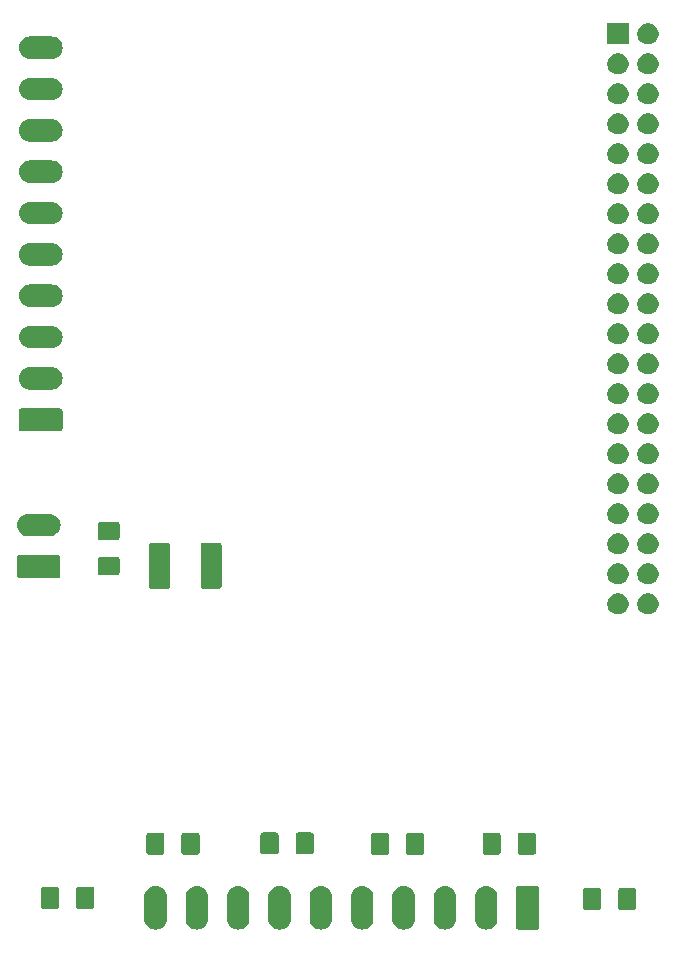
<source format=gbr>
G04 #@! TF.GenerationSoftware,KiCad,Pcbnew,5.1.5+dfsg1-2build2*
G04 #@! TF.CreationDate,2022-07-28T19:41:36+02:00*
G04 #@! TF.ProjectId,digital,64696769-7461-46c2-9e6b-696361645f70,rev?*
G04 #@! TF.SameCoordinates,Original*
G04 #@! TF.FileFunction,Soldermask,Bot*
G04 #@! TF.FilePolarity,Negative*
%FSLAX46Y46*%
G04 Gerber Fmt 4.6, Leading zero omitted, Abs format (unit mm)*
G04 Created by KiCad (PCBNEW 5.1.5+dfsg1-2build2) date 2022-07-28 19:41:36*
%MOMM*%
%LPD*%
G04 APERTURE LIST*
%ADD10C,0.100000*%
G04 APERTURE END LIST*
D10*
G36*
X85611425Y-122312760D02*
G01*
X85611428Y-122312761D01*
X85611429Y-122312761D01*
X85790693Y-122367140D01*
X85790696Y-122367142D01*
X85790697Y-122367142D01*
X85955903Y-122455446D01*
X86100712Y-122574288D01*
X86219554Y-122719097D01*
X86307858Y-122884303D01*
X86307860Y-122884307D01*
X86362239Y-123063571D01*
X86362240Y-123063575D01*
X86376000Y-123203282D01*
X86376000Y-125096718D01*
X86362240Y-125236425D01*
X86362239Y-125236428D01*
X86362239Y-125236429D01*
X86307860Y-125415693D01*
X86307858Y-125415696D01*
X86307858Y-125415697D01*
X86219554Y-125580903D01*
X86100712Y-125725712D01*
X85955903Y-125844554D01*
X85807964Y-125923628D01*
X85790692Y-125932860D01*
X85611428Y-125987239D01*
X85611427Y-125987239D01*
X85611424Y-125987240D01*
X85425000Y-126005601D01*
X85238575Y-125987240D01*
X85238572Y-125987239D01*
X85238571Y-125987239D01*
X85059307Y-125932860D01*
X85041575Y-125923382D01*
X84894097Y-125844554D01*
X84749288Y-125725712D01*
X84630446Y-125580903D01*
X84542142Y-125415696D01*
X84542141Y-125415693D01*
X84542140Y-125415692D01*
X84487761Y-125236428D01*
X84487761Y-125236427D01*
X84487760Y-125236424D01*
X84474000Y-125096717D01*
X84474000Y-123203283D01*
X84487761Y-123063575D01*
X84487762Y-123063571D01*
X84542141Y-122884307D01*
X84542143Y-122884303D01*
X84630447Y-122719097D01*
X84749289Y-122574288D01*
X84894098Y-122455446D01*
X85059304Y-122367142D01*
X85059305Y-122367142D01*
X85059308Y-122367140D01*
X85238572Y-122312761D01*
X85238573Y-122312761D01*
X85238576Y-122312760D01*
X85425000Y-122294399D01*
X85611425Y-122312760D01*
G37*
G36*
X89111425Y-122312760D02*
G01*
X89111428Y-122312761D01*
X89111429Y-122312761D01*
X89290693Y-122367140D01*
X89290696Y-122367142D01*
X89290697Y-122367142D01*
X89455903Y-122455446D01*
X89600712Y-122574288D01*
X89719554Y-122719097D01*
X89807858Y-122884303D01*
X89807860Y-122884307D01*
X89862239Y-123063571D01*
X89862240Y-123063575D01*
X89876000Y-123203282D01*
X89876000Y-125096718D01*
X89862240Y-125236425D01*
X89862239Y-125236428D01*
X89862239Y-125236429D01*
X89807860Y-125415693D01*
X89807858Y-125415696D01*
X89807858Y-125415697D01*
X89719554Y-125580903D01*
X89600712Y-125725712D01*
X89455903Y-125844554D01*
X89307964Y-125923628D01*
X89290692Y-125932860D01*
X89111428Y-125987239D01*
X89111427Y-125987239D01*
X89111424Y-125987240D01*
X88925000Y-126005601D01*
X88738575Y-125987240D01*
X88738572Y-125987239D01*
X88738571Y-125987239D01*
X88559307Y-125932860D01*
X88541575Y-125923382D01*
X88394097Y-125844554D01*
X88249288Y-125725712D01*
X88130446Y-125580903D01*
X88042142Y-125415696D01*
X88042141Y-125415693D01*
X88042140Y-125415692D01*
X87987761Y-125236428D01*
X87987761Y-125236427D01*
X87987760Y-125236424D01*
X87974000Y-125096717D01*
X87974000Y-123203283D01*
X87987761Y-123063575D01*
X87987762Y-123063571D01*
X88042141Y-122884307D01*
X88042143Y-122884303D01*
X88130447Y-122719097D01*
X88249289Y-122574288D01*
X88394098Y-122455446D01*
X88559304Y-122367142D01*
X88559305Y-122367142D01*
X88559308Y-122367140D01*
X88738572Y-122312761D01*
X88738573Y-122312761D01*
X88738576Y-122312760D01*
X88925000Y-122294399D01*
X89111425Y-122312760D01*
G37*
G36*
X92611425Y-122312760D02*
G01*
X92611428Y-122312761D01*
X92611429Y-122312761D01*
X92790693Y-122367140D01*
X92790696Y-122367142D01*
X92790697Y-122367142D01*
X92955903Y-122455446D01*
X93100712Y-122574288D01*
X93219554Y-122719097D01*
X93307858Y-122884303D01*
X93307860Y-122884307D01*
X93362239Y-123063571D01*
X93362240Y-123063575D01*
X93376000Y-123203282D01*
X93376000Y-125096718D01*
X93362240Y-125236425D01*
X93362239Y-125236428D01*
X93362239Y-125236429D01*
X93307860Y-125415693D01*
X93307858Y-125415696D01*
X93307858Y-125415697D01*
X93219554Y-125580903D01*
X93100712Y-125725712D01*
X92955903Y-125844554D01*
X92807964Y-125923628D01*
X92790692Y-125932860D01*
X92611428Y-125987239D01*
X92611427Y-125987239D01*
X92611424Y-125987240D01*
X92425000Y-126005601D01*
X92238575Y-125987240D01*
X92238572Y-125987239D01*
X92238571Y-125987239D01*
X92059307Y-125932860D01*
X92041575Y-125923382D01*
X91894097Y-125844554D01*
X91749288Y-125725712D01*
X91630446Y-125580903D01*
X91542142Y-125415696D01*
X91542141Y-125415693D01*
X91542140Y-125415692D01*
X91487761Y-125236428D01*
X91487761Y-125236427D01*
X91487760Y-125236424D01*
X91474000Y-125096717D01*
X91474000Y-123203283D01*
X91487761Y-123063575D01*
X91487762Y-123063571D01*
X91542141Y-122884307D01*
X91542143Y-122884303D01*
X91630447Y-122719097D01*
X91749289Y-122574288D01*
X91894098Y-122455446D01*
X92059304Y-122367142D01*
X92059305Y-122367142D01*
X92059308Y-122367140D01*
X92238572Y-122312761D01*
X92238573Y-122312761D01*
X92238576Y-122312760D01*
X92425000Y-122294399D01*
X92611425Y-122312760D01*
G37*
G36*
X96111425Y-122312760D02*
G01*
X96111428Y-122312761D01*
X96111429Y-122312761D01*
X96290693Y-122367140D01*
X96290696Y-122367142D01*
X96290697Y-122367142D01*
X96455903Y-122455446D01*
X96600712Y-122574288D01*
X96719554Y-122719097D01*
X96807858Y-122884303D01*
X96807860Y-122884307D01*
X96862239Y-123063571D01*
X96862240Y-123063575D01*
X96876000Y-123203282D01*
X96876000Y-125096718D01*
X96862240Y-125236425D01*
X96862239Y-125236428D01*
X96862239Y-125236429D01*
X96807860Y-125415693D01*
X96807858Y-125415696D01*
X96807858Y-125415697D01*
X96719554Y-125580903D01*
X96600712Y-125725712D01*
X96455903Y-125844554D01*
X96307964Y-125923628D01*
X96290692Y-125932860D01*
X96111428Y-125987239D01*
X96111427Y-125987239D01*
X96111424Y-125987240D01*
X95925000Y-126005601D01*
X95738575Y-125987240D01*
X95738572Y-125987239D01*
X95738571Y-125987239D01*
X95559307Y-125932860D01*
X95541575Y-125923382D01*
X95394097Y-125844554D01*
X95249288Y-125725712D01*
X95130446Y-125580903D01*
X95042142Y-125415696D01*
X95042141Y-125415693D01*
X95042140Y-125415692D01*
X94987761Y-125236428D01*
X94987761Y-125236427D01*
X94987760Y-125236424D01*
X94974000Y-125096717D01*
X94974000Y-123203283D01*
X94987761Y-123063575D01*
X94987762Y-123063571D01*
X95042141Y-122884307D01*
X95042143Y-122884303D01*
X95130447Y-122719097D01*
X95249289Y-122574288D01*
X95394098Y-122455446D01*
X95559304Y-122367142D01*
X95559305Y-122367142D01*
X95559308Y-122367140D01*
X95738572Y-122312761D01*
X95738573Y-122312761D01*
X95738576Y-122312760D01*
X95925000Y-122294399D01*
X96111425Y-122312760D01*
G37*
G36*
X99611425Y-122312760D02*
G01*
X99611428Y-122312761D01*
X99611429Y-122312761D01*
X99790693Y-122367140D01*
X99790696Y-122367142D01*
X99790697Y-122367142D01*
X99955903Y-122455446D01*
X100100712Y-122574288D01*
X100219554Y-122719097D01*
X100307858Y-122884303D01*
X100307860Y-122884307D01*
X100362239Y-123063571D01*
X100362240Y-123063575D01*
X100376000Y-123203282D01*
X100376000Y-125096718D01*
X100362240Y-125236425D01*
X100362239Y-125236428D01*
X100362239Y-125236429D01*
X100307860Y-125415693D01*
X100307858Y-125415696D01*
X100307858Y-125415697D01*
X100219554Y-125580903D01*
X100100712Y-125725712D01*
X99955903Y-125844554D01*
X99807964Y-125923628D01*
X99790692Y-125932860D01*
X99611428Y-125987239D01*
X99611427Y-125987239D01*
X99611424Y-125987240D01*
X99425000Y-126005601D01*
X99238575Y-125987240D01*
X99238572Y-125987239D01*
X99238571Y-125987239D01*
X99059307Y-125932860D01*
X99041575Y-125923382D01*
X98894097Y-125844554D01*
X98749288Y-125725712D01*
X98630446Y-125580903D01*
X98542142Y-125415696D01*
X98542141Y-125415693D01*
X98542140Y-125415692D01*
X98487761Y-125236428D01*
X98487761Y-125236427D01*
X98487760Y-125236424D01*
X98474000Y-125096717D01*
X98474000Y-123203283D01*
X98487761Y-123063575D01*
X98487762Y-123063571D01*
X98542141Y-122884307D01*
X98542143Y-122884303D01*
X98630447Y-122719097D01*
X98749289Y-122574288D01*
X98894098Y-122455446D01*
X99059304Y-122367142D01*
X99059305Y-122367142D01*
X99059308Y-122367140D01*
X99238572Y-122312761D01*
X99238573Y-122312761D01*
X99238576Y-122312760D01*
X99425000Y-122294399D01*
X99611425Y-122312760D01*
G37*
G36*
X106611425Y-122312760D02*
G01*
X106611428Y-122312761D01*
X106611429Y-122312761D01*
X106790693Y-122367140D01*
X106790696Y-122367142D01*
X106790697Y-122367142D01*
X106955903Y-122455446D01*
X107100712Y-122574288D01*
X107219554Y-122719097D01*
X107307858Y-122884303D01*
X107307860Y-122884307D01*
X107362239Y-123063571D01*
X107362240Y-123063575D01*
X107376000Y-123203282D01*
X107376000Y-125096718D01*
X107362240Y-125236425D01*
X107362239Y-125236428D01*
X107362239Y-125236429D01*
X107307860Y-125415693D01*
X107307858Y-125415696D01*
X107307858Y-125415697D01*
X107219554Y-125580903D01*
X107100712Y-125725712D01*
X106955903Y-125844554D01*
X106807964Y-125923628D01*
X106790692Y-125932860D01*
X106611428Y-125987239D01*
X106611427Y-125987239D01*
X106611424Y-125987240D01*
X106425000Y-126005601D01*
X106238575Y-125987240D01*
X106238572Y-125987239D01*
X106238571Y-125987239D01*
X106059307Y-125932860D01*
X106041575Y-125923382D01*
X105894097Y-125844554D01*
X105749288Y-125725712D01*
X105630446Y-125580903D01*
X105542142Y-125415696D01*
X105542141Y-125415693D01*
X105542140Y-125415692D01*
X105487761Y-125236428D01*
X105487761Y-125236427D01*
X105487760Y-125236424D01*
X105474000Y-125096717D01*
X105474000Y-123203283D01*
X105487761Y-123063575D01*
X105487762Y-123063571D01*
X105542141Y-122884307D01*
X105542143Y-122884303D01*
X105630447Y-122719097D01*
X105749289Y-122574288D01*
X105894098Y-122455446D01*
X106059304Y-122367142D01*
X106059305Y-122367142D01*
X106059308Y-122367140D01*
X106238572Y-122312761D01*
X106238573Y-122312761D01*
X106238576Y-122312760D01*
X106425000Y-122294399D01*
X106611425Y-122312760D01*
G37*
G36*
X103111425Y-122312760D02*
G01*
X103111428Y-122312761D01*
X103111429Y-122312761D01*
X103290693Y-122367140D01*
X103290696Y-122367142D01*
X103290697Y-122367142D01*
X103455903Y-122455446D01*
X103600712Y-122574288D01*
X103719554Y-122719097D01*
X103807858Y-122884303D01*
X103807860Y-122884307D01*
X103862239Y-123063571D01*
X103862240Y-123063575D01*
X103876000Y-123203282D01*
X103876000Y-125096718D01*
X103862240Y-125236425D01*
X103862239Y-125236428D01*
X103862239Y-125236429D01*
X103807860Y-125415693D01*
X103807858Y-125415696D01*
X103807858Y-125415697D01*
X103719554Y-125580903D01*
X103600712Y-125725712D01*
X103455903Y-125844554D01*
X103307964Y-125923628D01*
X103290692Y-125932860D01*
X103111428Y-125987239D01*
X103111427Y-125987239D01*
X103111424Y-125987240D01*
X102925000Y-126005601D01*
X102738575Y-125987240D01*
X102738572Y-125987239D01*
X102738571Y-125987239D01*
X102559307Y-125932860D01*
X102541575Y-125923382D01*
X102394097Y-125844554D01*
X102249288Y-125725712D01*
X102130446Y-125580903D01*
X102042142Y-125415696D01*
X102042141Y-125415693D01*
X102042140Y-125415692D01*
X101987761Y-125236428D01*
X101987761Y-125236427D01*
X101987760Y-125236424D01*
X101974000Y-125096717D01*
X101974000Y-123203283D01*
X101987761Y-123063575D01*
X101987762Y-123063571D01*
X102042141Y-122884307D01*
X102042143Y-122884303D01*
X102130447Y-122719097D01*
X102249289Y-122574288D01*
X102394098Y-122455446D01*
X102559304Y-122367142D01*
X102559305Y-122367142D01*
X102559308Y-122367140D01*
X102738572Y-122312761D01*
X102738573Y-122312761D01*
X102738576Y-122312760D01*
X102925000Y-122294399D01*
X103111425Y-122312760D01*
G37*
G36*
X113611425Y-122312760D02*
G01*
X113611428Y-122312761D01*
X113611429Y-122312761D01*
X113790693Y-122367140D01*
X113790696Y-122367142D01*
X113790697Y-122367142D01*
X113955903Y-122455446D01*
X114100712Y-122574288D01*
X114219554Y-122719097D01*
X114307858Y-122884303D01*
X114307860Y-122884307D01*
X114362239Y-123063571D01*
X114362240Y-123063575D01*
X114376000Y-123203282D01*
X114376000Y-125096718D01*
X114362240Y-125236425D01*
X114362239Y-125236428D01*
X114362239Y-125236429D01*
X114307860Y-125415693D01*
X114307858Y-125415696D01*
X114307858Y-125415697D01*
X114219554Y-125580903D01*
X114100712Y-125725712D01*
X113955903Y-125844554D01*
X113807964Y-125923628D01*
X113790692Y-125932860D01*
X113611428Y-125987239D01*
X113611427Y-125987239D01*
X113611424Y-125987240D01*
X113425000Y-126005601D01*
X113238575Y-125987240D01*
X113238572Y-125987239D01*
X113238571Y-125987239D01*
X113059307Y-125932860D01*
X113041575Y-125923382D01*
X112894097Y-125844554D01*
X112749288Y-125725712D01*
X112630446Y-125580903D01*
X112542142Y-125415696D01*
X112542141Y-125415693D01*
X112542140Y-125415692D01*
X112487761Y-125236428D01*
X112487761Y-125236427D01*
X112487760Y-125236424D01*
X112474000Y-125096717D01*
X112474000Y-123203283D01*
X112487761Y-123063575D01*
X112487762Y-123063571D01*
X112542141Y-122884307D01*
X112542143Y-122884303D01*
X112630447Y-122719097D01*
X112749289Y-122574288D01*
X112894098Y-122455446D01*
X113059304Y-122367142D01*
X113059305Y-122367142D01*
X113059308Y-122367140D01*
X113238572Y-122312761D01*
X113238573Y-122312761D01*
X113238576Y-122312760D01*
X113425000Y-122294399D01*
X113611425Y-122312760D01*
G37*
G36*
X110111425Y-122312760D02*
G01*
X110111428Y-122312761D01*
X110111429Y-122312761D01*
X110290693Y-122367140D01*
X110290696Y-122367142D01*
X110290697Y-122367142D01*
X110455903Y-122455446D01*
X110600712Y-122574288D01*
X110719554Y-122719097D01*
X110807858Y-122884303D01*
X110807860Y-122884307D01*
X110862239Y-123063571D01*
X110862240Y-123063575D01*
X110876000Y-123203282D01*
X110876000Y-125096718D01*
X110862240Y-125236425D01*
X110862239Y-125236428D01*
X110862239Y-125236429D01*
X110807860Y-125415693D01*
X110807858Y-125415696D01*
X110807858Y-125415697D01*
X110719554Y-125580903D01*
X110600712Y-125725712D01*
X110455903Y-125844554D01*
X110307964Y-125923628D01*
X110290692Y-125932860D01*
X110111428Y-125987239D01*
X110111427Y-125987239D01*
X110111424Y-125987240D01*
X109925000Y-126005601D01*
X109738575Y-125987240D01*
X109738572Y-125987239D01*
X109738571Y-125987239D01*
X109559307Y-125932860D01*
X109541575Y-125923382D01*
X109394097Y-125844554D01*
X109249288Y-125725712D01*
X109130446Y-125580903D01*
X109042142Y-125415696D01*
X109042141Y-125415693D01*
X109042140Y-125415692D01*
X108987761Y-125236428D01*
X108987761Y-125236427D01*
X108987760Y-125236424D01*
X108974000Y-125096717D01*
X108974000Y-123203283D01*
X108987761Y-123063575D01*
X108987762Y-123063571D01*
X109042141Y-122884307D01*
X109042143Y-122884303D01*
X109130447Y-122719097D01*
X109249289Y-122574288D01*
X109394098Y-122455446D01*
X109559304Y-122367142D01*
X109559305Y-122367142D01*
X109559308Y-122367140D01*
X109738572Y-122312761D01*
X109738573Y-122312761D01*
X109738576Y-122312760D01*
X109925000Y-122294399D01*
X110111425Y-122312760D01*
G37*
G36*
X117735915Y-122302934D02*
G01*
X117768424Y-122312795D01*
X117798382Y-122328809D01*
X117824641Y-122350359D01*
X117846191Y-122376618D01*
X117862205Y-122406576D01*
X117872066Y-122439085D01*
X117876000Y-122479029D01*
X117876000Y-125820971D01*
X117872066Y-125860915D01*
X117862205Y-125893424D01*
X117846191Y-125923382D01*
X117824641Y-125949641D01*
X117798382Y-125971191D01*
X117768424Y-125987205D01*
X117735915Y-125997066D01*
X117695971Y-126001000D01*
X116154029Y-126001000D01*
X116114085Y-125997066D01*
X116081576Y-125987205D01*
X116051618Y-125971191D01*
X116025359Y-125949641D01*
X116003809Y-125923382D01*
X115987795Y-125893424D01*
X115977934Y-125860915D01*
X115974000Y-125820971D01*
X115974000Y-122479029D01*
X115977934Y-122439085D01*
X115987795Y-122406576D01*
X116003809Y-122376618D01*
X116025359Y-122350359D01*
X116051618Y-122328809D01*
X116081576Y-122312795D01*
X116114085Y-122302934D01*
X116154029Y-122299000D01*
X117695971Y-122299000D01*
X117735915Y-122302934D01*
G37*
G36*
X123013062Y-122478181D02*
G01*
X123047981Y-122488774D01*
X123080163Y-122505976D01*
X123108373Y-122529127D01*
X123131524Y-122557337D01*
X123148726Y-122589519D01*
X123159319Y-122624438D01*
X123163500Y-122666895D01*
X123163500Y-124133105D01*
X123159319Y-124175562D01*
X123148726Y-124210481D01*
X123131524Y-124242663D01*
X123108373Y-124270873D01*
X123080163Y-124294024D01*
X123047981Y-124311226D01*
X123013062Y-124321819D01*
X122970605Y-124326000D01*
X121829395Y-124326000D01*
X121786938Y-124321819D01*
X121752019Y-124311226D01*
X121719837Y-124294024D01*
X121691627Y-124270873D01*
X121668476Y-124242663D01*
X121651274Y-124210481D01*
X121640681Y-124175562D01*
X121636500Y-124133105D01*
X121636500Y-122666895D01*
X121640681Y-122624438D01*
X121651274Y-122589519D01*
X121668476Y-122557337D01*
X121691627Y-122529127D01*
X121719837Y-122505976D01*
X121752019Y-122488774D01*
X121786938Y-122478181D01*
X121829395Y-122474000D01*
X122970605Y-122474000D01*
X123013062Y-122478181D01*
G37*
G36*
X125988062Y-122478181D02*
G01*
X126022981Y-122488774D01*
X126055163Y-122505976D01*
X126083373Y-122529127D01*
X126106524Y-122557337D01*
X126123726Y-122589519D01*
X126134319Y-122624438D01*
X126138500Y-122666895D01*
X126138500Y-124133105D01*
X126134319Y-124175562D01*
X126123726Y-124210481D01*
X126106524Y-124242663D01*
X126083373Y-124270873D01*
X126055163Y-124294024D01*
X126022981Y-124311226D01*
X125988062Y-124321819D01*
X125945605Y-124326000D01*
X124804395Y-124326000D01*
X124761938Y-124321819D01*
X124727019Y-124311226D01*
X124694837Y-124294024D01*
X124666627Y-124270873D01*
X124643476Y-124242663D01*
X124626274Y-124210481D01*
X124615681Y-124175562D01*
X124611500Y-124133105D01*
X124611500Y-122666895D01*
X124615681Y-122624438D01*
X124626274Y-122589519D01*
X124643476Y-122557337D01*
X124666627Y-122529127D01*
X124694837Y-122505976D01*
X124727019Y-122488774D01*
X124761938Y-122478181D01*
X124804395Y-122474000D01*
X125945605Y-122474000D01*
X125988062Y-122478181D01*
G37*
G36*
X77113062Y-122378181D02*
G01*
X77147981Y-122388774D01*
X77180163Y-122405976D01*
X77208373Y-122429127D01*
X77231524Y-122457337D01*
X77248726Y-122489519D01*
X77259319Y-122524438D01*
X77263500Y-122566895D01*
X77263500Y-124033105D01*
X77259319Y-124075562D01*
X77248726Y-124110481D01*
X77231524Y-124142663D01*
X77208373Y-124170873D01*
X77180163Y-124194024D01*
X77147981Y-124211226D01*
X77113062Y-124221819D01*
X77070605Y-124226000D01*
X75929395Y-124226000D01*
X75886938Y-124221819D01*
X75852019Y-124211226D01*
X75819837Y-124194024D01*
X75791627Y-124170873D01*
X75768476Y-124142663D01*
X75751274Y-124110481D01*
X75740681Y-124075562D01*
X75736500Y-124033105D01*
X75736500Y-122566895D01*
X75740681Y-122524438D01*
X75751274Y-122489519D01*
X75768476Y-122457337D01*
X75791627Y-122429127D01*
X75819837Y-122405976D01*
X75852019Y-122388774D01*
X75886938Y-122378181D01*
X75929395Y-122374000D01*
X77070605Y-122374000D01*
X77113062Y-122378181D01*
G37*
G36*
X80088062Y-122378181D02*
G01*
X80122981Y-122388774D01*
X80155163Y-122405976D01*
X80183373Y-122429127D01*
X80206524Y-122457337D01*
X80223726Y-122489519D01*
X80234319Y-122524438D01*
X80238500Y-122566895D01*
X80238500Y-124033105D01*
X80234319Y-124075562D01*
X80223726Y-124110481D01*
X80206524Y-124142663D01*
X80183373Y-124170873D01*
X80155163Y-124194024D01*
X80122981Y-124211226D01*
X80088062Y-124221819D01*
X80045605Y-124226000D01*
X78904395Y-124226000D01*
X78861938Y-124221819D01*
X78827019Y-124211226D01*
X78794837Y-124194024D01*
X78766627Y-124170873D01*
X78743476Y-124142663D01*
X78726274Y-124110481D01*
X78715681Y-124075562D01*
X78711500Y-124033105D01*
X78711500Y-122566895D01*
X78715681Y-122524438D01*
X78726274Y-122489519D01*
X78743476Y-122457337D01*
X78766627Y-122429127D01*
X78794837Y-122405976D01*
X78827019Y-122388774D01*
X78861938Y-122378181D01*
X78904395Y-122374000D01*
X80045605Y-122374000D01*
X80088062Y-122378181D01*
G37*
G36*
X108013062Y-117803181D02*
G01*
X108047981Y-117813774D01*
X108080163Y-117830976D01*
X108108373Y-117854127D01*
X108131524Y-117882337D01*
X108148726Y-117914519D01*
X108159319Y-117949438D01*
X108163500Y-117991895D01*
X108163500Y-119458105D01*
X108159319Y-119500562D01*
X108148726Y-119535481D01*
X108131524Y-119567663D01*
X108108373Y-119595873D01*
X108080163Y-119619024D01*
X108047981Y-119636226D01*
X108013062Y-119646819D01*
X107970605Y-119651000D01*
X106829395Y-119651000D01*
X106786938Y-119646819D01*
X106752019Y-119636226D01*
X106719837Y-119619024D01*
X106691627Y-119595873D01*
X106668476Y-119567663D01*
X106651274Y-119535481D01*
X106640681Y-119500562D01*
X106636500Y-119458105D01*
X106636500Y-117991895D01*
X106640681Y-117949438D01*
X106651274Y-117914519D01*
X106668476Y-117882337D01*
X106691627Y-117854127D01*
X106719837Y-117830976D01*
X106752019Y-117813774D01*
X106786938Y-117803181D01*
X106829395Y-117799000D01*
X107970605Y-117799000D01*
X108013062Y-117803181D01*
G37*
G36*
X105038062Y-117803181D02*
G01*
X105072981Y-117813774D01*
X105105163Y-117830976D01*
X105133373Y-117854127D01*
X105156524Y-117882337D01*
X105173726Y-117914519D01*
X105184319Y-117949438D01*
X105188500Y-117991895D01*
X105188500Y-119458105D01*
X105184319Y-119500562D01*
X105173726Y-119535481D01*
X105156524Y-119567663D01*
X105133373Y-119595873D01*
X105105163Y-119619024D01*
X105072981Y-119636226D01*
X105038062Y-119646819D01*
X104995605Y-119651000D01*
X103854395Y-119651000D01*
X103811938Y-119646819D01*
X103777019Y-119636226D01*
X103744837Y-119619024D01*
X103716627Y-119595873D01*
X103693476Y-119567663D01*
X103676274Y-119535481D01*
X103665681Y-119500562D01*
X103661500Y-119458105D01*
X103661500Y-117991895D01*
X103665681Y-117949438D01*
X103676274Y-117914519D01*
X103693476Y-117882337D01*
X103716627Y-117854127D01*
X103744837Y-117830976D01*
X103777019Y-117813774D01*
X103811938Y-117803181D01*
X103854395Y-117799000D01*
X104995605Y-117799000D01*
X105038062Y-117803181D01*
G37*
G36*
X114488062Y-117803181D02*
G01*
X114522981Y-117813774D01*
X114555163Y-117830976D01*
X114583373Y-117854127D01*
X114606524Y-117882337D01*
X114623726Y-117914519D01*
X114634319Y-117949438D01*
X114638500Y-117991895D01*
X114638500Y-119458105D01*
X114634319Y-119500562D01*
X114623726Y-119535481D01*
X114606524Y-119567663D01*
X114583373Y-119595873D01*
X114555163Y-119619024D01*
X114522981Y-119636226D01*
X114488062Y-119646819D01*
X114445605Y-119651000D01*
X113304395Y-119651000D01*
X113261938Y-119646819D01*
X113227019Y-119636226D01*
X113194837Y-119619024D01*
X113166627Y-119595873D01*
X113143476Y-119567663D01*
X113126274Y-119535481D01*
X113115681Y-119500562D01*
X113111500Y-119458105D01*
X113111500Y-117991895D01*
X113115681Y-117949438D01*
X113126274Y-117914519D01*
X113143476Y-117882337D01*
X113166627Y-117854127D01*
X113194837Y-117830976D01*
X113227019Y-117813774D01*
X113261938Y-117803181D01*
X113304395Y-117799000D01*
X114445605Y-117799000D01*
X114488062Y-117803181D01*
G37*
G36*
X117463062Y-117803181D02*
G01*
X117497981Y-117813774D01*
X117530163Y-117830976D01*
X117558373Y-117854127D01*
X117581524Y-117882337D01*
X117598726Y-117914519D01*
X117609319Y-117949438D01*
X117613500Y-117991895D01*
X117613500Y-119458105D01*
X117609319Y-119500562D01*
X117598726Y-119535481D01*
X117581524Y-119567663D01*
X117558373Y-119595873D01*
X117530163Y-119619024D01*
X117497981Y-119636226D01*
X117463062Y-119646819D01*
X117420605Y-119651000D01*
X116279395Y-119651000D01*
X116236938Y-119646819D01*
X116202019Y-119636226D01*
X116169837Y-119619024D01*
X116141627Y-119595873D01*
X116118476Y-119567663D01*
X116101274Y-119535481D01*
X116090681Y-119500562D01*
X116086500Y-119458105D01*
X116086500Y-117991895D01*
X116090681Y-117949438D01*
X116101274Y-117914519D01*
X116118476Y-117882337D01*
X116141627Y-117854127D01*
X116169837Y-117830976D01*
X116202019Y-117813774D01*
X116236938Y-117803181D01*
X116279395Y-117799000D01*
X117420605Y-117799000D01*
X117463062Y-117803181D01*
G37*
G36*
X86025562Y-117803181D02*
G01*
X86060481Y-117813774D01*
X86092663Y-117830976D01*
X86120873Y-117854127D01*
X86144024Y-117882337D01*
X86161226Y-117914519D01*
X86171819Y-117949438D01*
X86176000Y-117991895D01*
X86176000Y-119458105D01*
X86171819Y-119500562D01*
X86161226Y-119535481D01*
X86144024Y-119567663D01*
X86120873Y-119595873D01*
X86092663Y-119619024D01*
X86060481Y-119636226D01*
X86025562Y-119646819D01*
X85983105Y-119651000D01*
X84841895Y-119651000D01*
X84799438Y-119646819D01*
X84764519Y-119636226D01*
X84732337Y-119619024D01*
X84704127Y-119595873D01*
X84680976Y-119567663D01*
X84663774Y-119535481D01*
X84653181Y-119500562D01*
X84649000Y-119458105D01*
X84649000Y-117991895D01*
X84653181Y-117949438D01*
X84663774Y-117914519D01*
X84680976Y-117882337D01*
X84704127Y-117854127D01*
X84732337Y-117830976D01*
X84764519Y-117813774D01*
X84799438Y-117803181D01*
X84841895Y-117799000D01*
X85983105Y-117799000D01*
X86025562Y-117803181D01*
G37*
G36*
X89000562Y-117803181D02*
G01*
X89035481Y-117813774D01*
X89067663Y-117830976D01*
X89095873Y-117854127D01*
X89119024Y-117882337D01*
X89136226Y-117914519D01*
X89146819Y-117949438D01*
X89151000Y-117991895D01*
X89151000Y-119458105D01*
X89146819Y-119500562D01*
X89136226Y-119535481D01*
X89119024Y-119567663D01*
X89095873Y-119595873D01*
X89067663Y-119619024D01*
X89035481Y-119636226D01*
X89000562Y-119646819D01*
X88958105Y-119651000D01*
X87816895Y-119651000D01*
X87774438Y-119646819D01*
X87739519Y-119636226D01*
X87707337Y-119619024D01*
X87679127Y-119595873D01*
X87655976Y-119567663D01*
X87638774Y-119535481D01*
X87628181Y-119500562D01*
X87624000Y-119458105D01*
X87624000Y-117991895D01*
X87628181Y-117949438D01*
X87638774Y-117914519D01*
X87655976Y-117882337D01*
X87679127Y-117854127D01*
X87707337Y-117830976D01*
X87739519Y-117813774D01*
X87774438Y-117803181D01*
X87816895Y-117799000D01*
X88958105Y-117799000D01*
X89000562Y-117803181D01*
G37*
G36*
X95688062Y-117778181D02*
G01*
X95722981Y-117788774D01*
X95755163Y-117805976D01*
X95783373Y-117829127D01*
X95806524Y-117857337D01*
X95823726Y-117889519D01*
X95834319Y-117924438D01*
X95838500Y-117966895D01*
X95838500Y-119433105D01*
X95834319Y-119475562D01*
X95823726Y-119510481D01*
X95806524Y-119542663D01*
X95783373Y-119570873D01*
X95755163Y-119594024D01*
X95722981Y-119611226D01*
X95688062Y-119621819D01*
X95645605Y-119626000D01*
X94504395Y-119626000D01*
X94461938Y-119621819D01*
X94427019Y-119611226D01*
X94394837Y-119594024D01*
X94366627Y-119570873D01*
X94343476Y-119542663D01*
X94326274Y-119510481D01*
X94315681Y-119475562D01*
X94311500Y-119433105D01*
X94311500Y-117966895D01*
X94315681Y-117924438D01*
X94326274Y-117889519D01*
X94343476Y-117857337D01*
X94366627Y-117829127D01*
X94394837Y-117805976D01*
X94427019Y-117788774D01*
X94461938Y-117778181D01*
X94504395Y-117774000D01*
X95645605Y-117774000D01*
X95688062Y-117778181D01*
G37*
G36*
X98663062Y-117778181D02*
G01*
X98697981Y-117788774D01*
X98730163Y-117805976D01*
X98758373Y-117829127D01*
X98781524Y-117857337D01*
X98798726Y-117889519D01*
X98809319Y-117924438D01*
X98813500Y-117966895D01*
X98813500Y-119433105D01*
X98809319Y-119475562D01*
X98798726Y-119510481D01*
X98781524Y-119542663D01*
X98758373Y-119570873D01*
X98730163Y-119594024D01*
X98697981Y-119611226D01*
X98663062Y-119621819D01*
X98620605Y-119626000D01*
X97479395Y-119626000D01*
X97436938Y-119621819D01*
X97402019Y-119611226D01*
X97369837Y-119594024D01*
X97341627Y-119570873D01*
X97318476Y-119542663D01*
X97301274Y-119510481D01*
X97290681Y-119475562D01*
X97286500Y-119433105D01*
X97286500Y-117966895D01*
X97290681Y-117924438D01*
X97301274Y-117889519D01*
X97318476Y-117857337D01*
X97341627Y-117829127D01*
X97369837Y-117805976D01*
X97402019Y-117788774D01*
X97436938Y-117778181D01*
X97479395Y-117774000D01*
X98620605Y-117774000D01*
X98663062Y-117778181D01*
G37*
G36*
X127228512Y-97513927D02*
G01*
X127377812Y-97543624D01*
X127541784Y-97611544D01*
X127689354Y-97710147D01*
X127814853Y-97835646D01*
X127913456Y-97983216D01*
X127981376Y-98147188D01*
X128016000Y-98321259D01*
X128016000Y-98498741D01*
X127981376Y-98672812D01*
X127913456Y-98836784D01*
X127814853Y-98984354D01*
X127689354Y-99109853D01*
X127541784Y-99208456D01*
X127377812Y-99276376D01*
X127228512Y-99306073D01*
X127203742Y-99311000D01*
X127026258Y-99311000D01*
X127001488Y-99306073D01*
X126852188Y-99276376D01*
X126688216Y-99208456D01*
X126540646Y-99109853D01*
X126415147Y-98984354D01*
X126316544Y-98836784D01*
X126248624Y-98672812D01*
X126214000Y-98498741D01*
X126214000Y-98321259D01*
X126248624Y-98147188D01*
X126316544Y-97983216D01*
X126415147Y-97835646D01*
X126540646Y-97710147D01*
X126688216Y-97611544D01*
X126852188Y-97543624D01*
X127001488Y-97513927D01*
X127026258Y-97509000D01*
X127203742Y-97509000D01*
X127228512Y-97513927D01*
G37*
G36*
X124688512Y-97513927D02*
G01*
X124837812Y-97543624D01*
X125001784Y-97611544D01*
X125149354Y-97710147D01*
X125274853Y-97835646D01*
X125373456Y-97983216D01*
X125441376Y-98147188D01*
X125476000Y-98321259D01*
X125476000Y-98498741D01*
X125441376Y-98672812D01*
X125373456Y-98836784D01*
X125274853Y-98984354D01*
X125149354Y-99109853D01*
X125001784Y-99208456D01*
X124837812Y-99276376D01*
X124688512Y-99306073D01*
X124663742Y-99311000D01*
X124486258Y-99311000D01*
X124461488Y-99306073D01*
X124312188Y-99276376D01*
X124148216Y-99208456D01*
X124000646Y-99109853D01*
X123875147Y-98984354D01*
X123776544Y-98836784D01*
X123708624Y-98672812D01*
X123674000Y-98498741D01*
X123674000Y-98321259D01*
X123708624Y-98147188D01*
X123776544Y-97983216D01*
X123875147Y-97835646D01*
X124000646Y-97710147D01*
X124148216Y-97611544D01*
X124312188Y-97543624D01*
X124461488Y-97513927D01*
X124486258Y-97509000D01*
X124663742Y-97509000D01*
X124688512Y-97513927D01*
G37*
G36*
X90870478Y-93278004D02*
G01*
X90903672Y-93288073D01*
X90934259Y-93304422D01*
X90961072Y-93326428D01*
X90983078Y-93353241D01*
X90999427Y-93383828D01*
X91009496Y-93417022D01*
X91013500Y-93457678D01*
X91013500Y-96942322D01*
X91009496Y-96982978D01*
X90999427Y-97016172D01*
X90983078Y-97046759D01*
X90961072Y-97073572D01*
X90934259Y-97095578D01*
X90903672Y-97111927D01*
X90870478Y-97121996D01*
X90829822Y-97126000D01*
X89420178Y-97126000D01*
X89379522Y-97121996D01*
X89346328Y-97111927D01*
X89315741Y-97095578D01*
X89288928Y-97073572D01*
X89266922Y-97046759D01*
X89250573Y-97016172D01*
X89240504Y-96982978D01*
X89236500Y-96942322D01*
X89236500Y-93457678D01*
X89240504Y-93417022D01*
X89250573Y-93383828D01*
X89266922Y-93353241D01*
X89288928Y-93326428D01*
X89315741Y-93304422D01*
X89346328Y-93288073D01*
X89379522Y-93278004D01*
X89420178Y-93274000D01*
X90829822Y-93274000D01*
X90870478Y-93278004D01*
G37*
G36*
X86495478Y-93278004D02*
G01*
X86528672Y-93288073D01*
X86559259Y-93304422D01*
X86586072Y-93326428D01*
X86608078Y-93353241D01*
X86624427Y-93383828D01*
X86634496Y-93417022D01*
X86638500Y-93457678D01*
X86638500Y-96942322D01*
X86634496Y-96982978D01*
X86624427Y-97016172D01*
X86608078Y-97046759D01*
X86586072Y-97073572D01*
X86559259Y-97095578D01*
X86528672Y-97111927D01*
X86495478Y-97121996D01*
X86454822Y-97126000D01*
X85045178Y-97126000D01*
X85004522Y-97121996D01*
X84971328Y-97111927D01*
X84940741Y-97095578D01*
X84913928Y-97073572D01*
X84891922Y-97046759D01*
X84875573Y-97016172D01*
X84865504Y-96982978D01*
X84861500Y-96942322D01*
X84861500Y-93457678D01*
X84865504Y-93417022D01*
X84875573Y-93383828D01*
X84891922Y-93353241D01*
X84913928Y-93326428D01*
X84940741Y-93304422D01*
X84971328Y-93288073D01*
X85004522Y-93278004D01*
X85045178Y-93274000D01*
X86454822Y-93274000D01*
X86495478Y-93278004D01*
G37*
G36*
X124688512Y-94973927D02*
G01*
X124837812Y-95003624D01*
X125001784Y-95071544D01*
X125149354Y-95170147D01*
X125274853Y-95295646D01*
X125373456Y-95443216D01*
X125441376Y-95607188D01*
X125476000Y-95781259D01*
X125476000Y-95958741D01*
X125441376Y-96132812D01*
X125373456Y-96296784D01*
X125274853Y-96444354D01*
X125149354Y-96569853D01*
X125001784Y-96668456D01*
X124837812Y-96736376D01*
X124688512Y-96766073D01*
X124663742Y-96771000D01*
X124486258Y-96771000D01*
X124461488Y-96766073D01*
X124312188Y-96736376D01*
X124148216Y-96668456D01*
X124000646Y-96569853D01*
X123875147Y-96444354D01*
X123776544Y-96296784D01*
X123708624Y-96132812D01*
X123674000Y-95958741D01*
X123674000Y-95781259D01*
X123708624Y-95607188D01*
X123776544Y-95443216D01*
X123875147Y-95295646D01*
X124000646Y-95170147D01*
X124148216Y-95071544D01*
X124312188Y-95003624D01*
X124461488Y-94973927D01*
X124486258Y-94969000D01*
X124663742Y-94969000D01*
X124688512Y-94973927D01*
G37*
G36*
X127228512Y-94973927D02*
G01*
X127377812Y-95003624D01*
X127541784Y-95071544D01*
X127689354Y-95170147D01*
X127814853Y-95295646D01*
X127913456Y-95443216D01*
X127981376Y-95607188D01*
X128016000Y-95781259D01*
X128016000Y-95958741D01*
X127981376Y-96132812D01*
X127913456Y-96296784D01*
X127814853Y-96444354D01*
X127689354Y-96569853D01*
X127541784Y-96668456D01*
X127377812Y-96736376D01*
X127228512Y-96766073D01*
X127203742Y-96771000D01*
X127026258Y-96771000D01*
X127001488Y-96766073D01*
X126852188Y-96736376D01*
X126688216Y-96668456D01*
X126540646Y-96569853D01*
X126415147Y-96444354D01*
X126316544Y-96296784D01*
X126248624Y-96132812D01*
X126214000Y-95958741D01*
X126214000Y-95781259D01*
X126248624Y-95607188D01*
X126316544Y-95443216D01*
X126415147Y-95295646D01*
X126540646Y-95170147D01*
X126688216Y-95071544D01*
X126852188Y-95003624D01*
X127001488Y-94973927D01*
X127026258Y-94969000D01*
X127203742Y-94969000D01*
X127228512Y-94973927D01*
G37*
G36*
X77235915Y-94302934D02*
G01*
X77268424Y-94312795D01*
X77298382Y-94328809D01*
X77324641Y-94350359D01*
X77346191Y-94376618D01*
X77362205Y-94406576D01*
X77372066Y-94439085D01*
X77376000Y-94479029D01*
X77376000Y-96020971D01*
X77372066Y-96060915D01*
X77362205Y-96093424D01*
X77346191Y-96123382D01*
X77324641Y-96149641D01*
X77298382Y-96171191D01*
X77268424Y-96187205D01*
X77235915Y-96197066D01*
X77195971Y-96201000D01*
X73854029Y-96201000D01*
X73814085Y-96197066D01*
X73781576Y-96187205D01*
X73751618Y-96171191D01*
X73725359Y-96149641D01*
X73703809Y-96123382D01*
X73687795Y-96093424D01*
X73677934Y-96060915D01*
X73674000Y-96020971D01*
X73674000Y-94479029D01*
X73677934Y-94439085D01*
X73687795Y-94406576D01*
X73703809Y-94376618D01*
X73725359Y-94350359D01*
X73751618Y-94328809D01*
X73781576Y-94312795D01*
X73814085Y-94302934D01*
X73854029Y-94299000D01*
X77195971Y-94299000D01*
X77235915Y-94302934D01*
G37*
G36*
X82225562Y-94453181D02*
G01*
X82260481Y-94463774D01*
X82292663Y-94480976D01*
X82320873Y-94504127D01*
X82344024Y-94532337D01*
X82361226Y-94564519D01*
X82371819Y-94599438D01*
X82376000Y-94641895D01*
X82376000Y-95783105D01*
X82371819Y-95825562D01*
X82361226Y-95860481D01*
X82344024Y-95892663D01*
X82320873Y-95920873D01*
X82292663Y-95944024D01*
X82260481Y-95961226D01*
X82225562Y-95971819D01*
X82183105Y-95976000D01*
X80716895Y-95976000D01*
X80674438Y-95971819D01*
X80639519Y-95961226D01*
X80607337Y-95944024D01*
X80579127Y-95920873D01*
X80555976Y-95892663D01*
X80538774Y-95860481D01*
X80528181Y-95825562D01*
X80524000Y-95783105D01*
X80524000Y-94641895D01*
X80528181Y-94599438D01*
X80538774Y-94564519D01*
X80555976Y-94532337D01*
X80579127Y-94504127D01*
X80607337Y-94480976D01*
X80639519Y-94463774D01*
X80674438Y-94453181D01*
X80716895Y-94449000D01*
X82183105Y-94449000D01*
X82225562Y-94453181D01*
G37*
G36*
X127228512Y-92433927D02*
G01*
X127377812Y-92463624D01*
X127541784Y-92531544D01*
X127689354Y-92630147D01*
X127814853Y-92755646D01*
X127913456Y-92903216D01*
X127981376Y-93067188D01*
X128016000Y-93241259D01*
X128016000Y-93418741D01*
X127981376Y-93592812D01*
X127913456Y-93756784D01*
X127814853Y-93904354D01*
X127689354Y-94029853D01*
X127541784Y-94128456D01*
X127377812Y-94196376D01*
X127228512Y-94226073D01*
X127203742Y-94231000D01*
X127026258Y-94231000D01*
X127001488Y-94226073D01*
X126852188Y-94196376D01*
X126688216Y-94128456D01*
X126540646Y-94029853D01*
X126415147Y-93904354D01*
X126316544Y-93756784D01*
X126248624Y-93592812D01*
X126214000Y-93418741D01*
X126214000Y-93241259D01*
X126248624Y-93067188D01*
X126316544Y-92903216D01*
X126415147Y-92755646D01*
X126540646Y-92630147D01*
X126688216Y-92531544D01*
X126852188Y-92463624D01*
X127001488Y-92433927D01*
X127026258Y-92429000D01*
X127203742Y-92429000D01*
X127228512Y-92433927D01*
G37*
G36*
X124688512Y-92433927D02*
G01*
X124837812Y-92463624D01*
X125001784Y-92531544D01*
X125149354Y-92630147D01*
X125274853Y-92755646D01*
X125373456Y-92903216D01*
X125441376Y-93067188D01*
X125476000Y-93241259D01*
X125476000Y-93418741D01*
X125441376Y-93592812D01*
X125373456Y-93756784D01*
X125274853Y-93904354D01*
X125149354Y-94029853D01*
X125001784Y-94128456D01*
X124837812Y-94196376D01*
X124688512Y-94226073D01*
X124663742Y-94231000D01*
X124486258Y-94231000D01*
X124461488Y-94226073D01*
X124312188Y-94196376D01*
X124148216Y-94128456D01*
X124000646Y-94029853D01*
X123875147Y-93904354D01*
X123776544Y-93756784D01*
X123708624Y-93592812D01*
X123674000Y-93418741D01*
X123674000Y-93241259D01*
X123708624Y-93067188D01*
X123776544Y-92903216D01*
X123875147Y-92755646D01*
X124000646Y-92630147D01*
X124148216Y-92531544D01*
X124312188Y-92463624D01*
X124461488Y-92433927D01*
X124486258Y-92429000D01*
X124663742Y-92429000D01*
X124688512Y-92433927D01*
G37*
G36*
X82225562Y-91478181D02*
G01*
X82260481Y-91488774D01*
X82292663Y-91505976D01*
X82320873Y-91529127D01*
X82344024Y-91557337D01*
X82361226Y-91589519D01*
X82371819Y-91624438D01*
X82376000Y-91666895D01*
X82376000Y-92808105D01*
X82371819Y-92850562D01*
X82361226Y-92885481D01*
X82344024Y-92917663D01*
X82320873Y-92945873D01*
X82292663Y-92969024D01*
X82260481Y-92986226D01*
X82225562Y-92996819D01*
X82183105Y-93001000D01*
X80716895Y-93001000D01*
X80674438Y-92996819D01*
X80639519Y-92986226D01*
X80607337Y-92969024D01*
X80579127Y-92945873D01*
X80555976Y-92917663D01*
X80538774Y-92885481D01*
X80528181Y-92850562D01*
X80524000Y-92808105D01*
X80524000Y-91666895D01*
X80528181Y-91624438D01*
X80538774Y-91589519D01*
X80555976Y-91557337D01*
X80579127Y-91529127D01*
X80607337Y-91505976D01*
X80639519Y-91488774D01*
X80674438Y-91478181D01*
X80716895Y-91474000D01*
X82183105Y-91474000D01*
X82225562Y-91478181D01*
G37*
G36*
X76611425Y-90812760D02*
G01*
X76611428Y-90812761D01*
X76611429Y-90812761D01*
X76790693Y-90867140D01*
X76790696Y-90867142D01*
X76790697Y-90867142D01*
X76955903Y-90955446D01*
X77100712Y-91074288D01*
X77219554Y-91219097D01*
X77297195Y-91364354D01*
X77307860Y-91384307D01*
X77358870Y-91552465D01*
X77362240Y-91563575D01*
X77380601Y-91750000D01*
X77362240Y-91936425D01*
X77362239Y-91936428D01*
X77362239Y-91936429D01*
X77307860Y-92115693D01*
X77307858Y-92115696D01*
X77307858Y-92115697D01*
X77219554Y-92280903D01*
X77100712Y-92425712D01*
X76955903Y-92544554D01*
X76795769Y-92630147D01*
X76790693Y-92632860D01*
X76611429Y-92687239D01*
X76611428Y-92687239D01*
X76611425Y-92687240D01*
X76471718Y-92701000D01*
X74578282Y-92701000D01*
X74438575Y-92687240D01*
X74438572Y-92687239D01*
X74438571Y-92687239D01*
X74259307Y-92632860D01*
X74254231Y-92630147D01*
X74094097Y-92544554D01*
X73949288Y-92425712D01*
X73830446Y-92280903D01*
X73742142Y-92115697D01*
X73742142Y-92115696D01*
X73742140Y-92115693D01*
X73687761Y-91936429D01*
X73687761Y-91936428D01*
X73687760Y-91936425D01*
X73669399Y-91750000D01*
X73687760Y-91563575D01*
X73691130Y-91552465D01*
X73742140Y-91384307D01*
X73752805Y-91364354D01*
X73830446Y-91219097D01*
X73949288Y-91074288D01*
X74094097Y-90955446D01*
X74259303Y-90867142D01*
X74259304Y-90867142D01*
X74259307Y-90867140D01*
X74438571Y-90812761D01*
X74438572Y-90812761D01*
X74438575Y-90812760D01*
X74578282Y-90799000D01*
X76471718Y-90799000D01*
X76611425Y-90812760D01*
G37*
G36*
X124688512Y-89893927D02*
G01*
X124837812Y-89923624D01*
X125001784Y-89991544D01*
X125149354Y-90090147D01*
X125274853Y-90215646D01*
X125373456Y-90363216D01*
X125441376Y-90527188D01*
X125476000Y-90701259D01*
X125476000Y-90878741D01*
X125441376Y-91052812D01*
X125373456Y-91216784D01*
X125274853Y-91364354D01*
X125149354Y-91489853D01*
X125001784Y-91588456D01*
X124837812Y-91656376D01*
X124688512Y-91686073D01*
X124663742Y-91691000D01*
X124486258Y-91691000D01*
X124461488Y-91686073D01*
X124312188Y-91656376D01*
X124148216Y-91588456D01*
X124000646Y-91489853D01*
X123875147Y-91364354D01*
X123776544Y-91216784D01*
X123708624Y-91052812D01*
X123674000Y-90878741D01*
X123674000Y-90701259D01*
X123708624Y-90527188D01*
X123776544Y-90363216D01*
X123875147Y-90215646D01*
X124000646Y-90090147D01*
X124148216Y-89991544D01*
X124312188Y-89923624D01*
X124461488Y-89893927D01*
X124486258Y-89889000D01*
X124663742Y-89889000D01*
X124688512Y-89893927D01*
G37*
G36*
X127228512Y-89893927D02*
G01*
X127377812Y-89923624D01*
X127541784Y-89991544D01*
X127689354Y-90090147D01*
X127814853Y-90215646D01*
X127913456Y-90363216D01*
X127981376Y-90527188D01*
X128016000Y-90701259D01*
X128016000Y-90878741D01*
X127981376Y-91052812D01*
X127913456Y-91216784D01*
X127814853Y-91364354D01*
X127689354Y-91489853D01*
X127541784Y-91588456D01*
X127377812Y-91656376D01*
X127228512Y-91686073D01*
X127203742Y-91691000D01*
X127026258Y-91691000D01*
X127001488Y-91686073D01*
X126852188Y-91656376D01*
X126688216Y-91588456D01*
X126540646Y-91489853D01*
X126415147Y-91364354D01*
X126316544Y-91216784D01*
X126248624Y-91052812D01*
X126214000Y-90878741D01*
X126214000Y-90701259D01*
X126248624Y-90527188D01*
X126316544Y-90363216D01*
X126415147Y-90215646D01*
X126540646Y-90090147D01*
X126688216Y-89991544D01*
X126852188Y-89923624D01*
X127001488Y-89893927D01*
X127026258Y-89889000D01*
X127203742Y-89889000D01*
X127228512Y-89893927D01*
G37*
G36*
X124688512Y-87353927D02*
G01*
X124837812Y-87383624D01*
X125001784Y-87451544D01*
X125149354Y-87550147D01*
X125274853Y-87675646D01*
X125373456Y-87823216D01*
X125441376Y-87987188D01*
X125476000Y-88161259D01*
X125476000Y-88338741D01*
X125441376Y-88512812D01*
X125373456Y-88676784D01*
X125274853Y-88824354D01*
X125149354Y-88949853D01*
X125001784Y-89048456D01*
X124837812Y-89116376D01*
X124688512Y-89146073D01*
X124663742Y-89151000D01*
X124486258Y-89151000D01*
X124461488Y-89146073D01*
X124312188Y-89116376D01*
X124148216Y-89048456D01*
X124000646Y-88949853D01*
X123875147Y-88824354D01*
X123776544Y-88676784D01*
X123708624Y-88512812D01*
X123674000Y-88338741D01*
X123674000Y-88161259D01*
X123708624Y-87987188D01*
X123776544Y-87823216D01*
X123875147Y-87675646D01*
X124000646Y-87550147D01*
X124148216Y-87451544D01*
X124312188Y-87383624D01*
X124461488Y-87353927D01*
X124486258Y-87349000D01*
X124663742Y-87349000D01*
X124688512Y-87353927D01*
G37*
G36*
X127228512Y-87353927D02*
G01*
X127377812Y-87383624D01*
X127541784Y-87451544D01*
X127689354Y-87550147D01*
X127814853Y-87675646D01*
X127913456Y-87823216D01*
X127981376Y-87987188D01*
X128016000Y-88161259D01*
X128016000Y-88338741D01*
X127981376Y-88512812D01*
X127913456Y-88676784D01*
X127814853Y-88824354D01*
X127689354Y-88949853D01*
X127541784Y-89048456D01*
X127377812Y-89116376D01*
X127228512Y-89146073D01*
X127203742Y-89151000D01*
X127026258Y-89151000D01*
X127001488Y-89146073D01*
X126852188Y-89116376D01*
X126688216Y-89048456D01*
X126540646Y-88949853D01*
X126415147Y-88824354D01*
X126316544Y-88676784D01*
X126248624Y-88512812D01*
X126214000Y-88338741D01*
X126214000Y-88161259D01*
X126248624Y-87987188D01*
X126316544Y-87823216D01*
X126415147Y-87675646D01*
X126540646Y-87550147D01*
X126688216Y-87451544D01*
X126852188Y-87383624D01*
X127001488Y-87353927D01*
X127026258Y-87349000D01*
X127203742Y-87349000D01*
X127228512Y-87353927D01*
G37*
G36*
X124688512Y-84813927D02*
G01*
X124837812Y-84843624D01*
X125001784Y-84911544D01*
X125149354Y-85010147D01*
X125274853Y-85135646D01*
X125373456Y-85283216D01*
X125441376Y-85447188D01*
X125476000Y-85621259D01*
X125476000Y-85798741D01*
X125441376Y-85972812D01*
X125373456Y-86136784D01*
X125274853Y-86284354D01*
X125149354Y-86409853D01*
X125001784Y-86508456D01*
X124837812Y-86576376D01*
X124688512Y-86606073D01*
X124663742Y-86611000D01*
X124486258Y-86611000D01*
X124461488Y-86606073D01*
X124312188Y-86576376D01*
X124148216Y-86508456D01*
X124000646Y-86409853D01*
X123875147Y-86284354D01*
X123776544Y-86136784D01*
X123708624Y-85972812D01*
X123674000Y-85798741D01*
X123674000Y-85621259D01*
X123708624Y-85447188D01*
X123776544Y-85283216D01*
X123875147Y-85135646D01*
X124000646Y-85010147D01*
X124148216Y-84911544D01*
X124312188Y-84843624D01*
X124461488Y-84813927D01*
X124486258Y-84809000D01*
X124663742Y-84809000D01*
X124688512Y-84813927D01*
G37*
G36*
X127228512Y-84813927D02*
G01*
X127377812Y-84843624D01*
X127541784Y-84911544D01*
X127689354Y-85010147D01*
X127814853Y-85135646D01*
X127913456Y-85283216D01*
X127981376Y-85447188D01*
X128016000Y-85621259D01*
X128016000Y-85798741D01*
X127981376Y-85972812D01*
X127913456Y-86136784D01*
X127814853Y-86284354D01*
X127689354Y-86409853D01*
X127541784Y-86508456D01*
X127377812Y-86576376D01*
X127228512Y-86606073D01*
X127203742Y-86611000D01*
X127026258Y-86611000D01*
X127001488Y-86606073D01*
X126852188Y-86576376D01*
X126688216Y-86508456D01*
X126540646Y-86409853D01*
X126415147Y-86284354D01*
X126316544Y-86136784D01*
X126248624Y-85972812D01*
X126214000Y-85798741D01*
X126214000Y-85621259D01*
X126248624Y-85447188D01*
X126316544Y-85283216D01*
X126415147Y-85135646D01*
X126540646Y-85010147D01*
X126688216Y-84911544D01*
X126852188Y-84843624D01*
X127001488Y-84813927D01*
X127026258Y-84809000D01*
X127203742Y-84809000D01*
X127228512Y-84813927D01*
G37*
G36*
X127228512Y-82273927D02*
G01*
X127377812Y-82303624D01*
X127541784Y-82371544D01*
X127689354Y-82470147D01*
X127814853Y-82595646D01*
X127913456Y-82743216D01*
X127981376Y-82907188D01*
X128016000Y-83081259D01*
X128016000Y-83258741D01*
X127981376Y-83432812D01*
X127913456Y-83596784D01*
X127814853Y-83744354D01*
X127689354Y-83869853D01*
X127541784Y-83968456D01*
X127377812Y-84036376D01*
X127228512Y-84066073D01*
X127203742Y-84071000D01*
X127026258Y-84071000D01*
X127001488Y-84066073D01*
X126852188Y-84036376D01*
X126688216Y-83968456D01*
X126540646Y-83869853D01*
X126415147Y-83744354D01*
X126316544Y-83596784D01*
X126248624Y-83432812D01*
X126214000Y-83258741D01*
X126214000Y-83081259D01*
X126248624Y-82907188D01*
X126316544Y-82743216D01*
X126415147Y-82595646D01*
X126540646Y-82470147D01*
X126688216Y-82371544D01*
X126852188Y-82303624D01*
X127001488Y-82273927D01*
X127026258Y-82269000D01*
X127203742Y-82269000D01*
X127228512Y-82273927D01*
G37*
G36*
X124688512Y-82273927D02*
G01*
X124837812Y-82303624D01*
X125001784Y-82371544D01*
X125149354Y-82470147D01*
X125274853Y-82595646D01*
X125373456Y-82743216D01*
X125441376Y-82907188D01*
X125476000Y-83081259D01*
X125476000Y-83258741D01*
X125441376Y-83432812D01*
X125373456Y-83596784D01*
X125274853Y-83744354D01*
X125149354Y-83869853D01*
X125001784Y-83968456D01*
X124837812Y-84036376D01*
X124688512Y-84066073D01*
X124663742Y-84071000D01*
X124486258Y-84071000D01*
X124461488Y-84066073D01*
X124312188Y-84036376D01*
X124148216Y-83968456D01*
X124000646Y-83869853D01*
X123875147Y-83744354D01*
X123776544Y-83596784D01*
X123708624Y-83432812D01*
X123674000Y-83258741D01*
X123674000Y-83081259D01*
X123708624Y-82907188D01*
X123776544Y-82743216D01*
X123875147Y-82595646D01*
X124000646Y-82470147D01*
X124148216Y-82371544D01*
X124312188Y-82303624D01*
X124461488Y-82273927D01*
X124486258Y-82269000D01*
X124663742Y-82269000D01*
X124688512Y-82273927D01*
G37*
G36*
X77410915Y-81877934D02*
G01*
X77443424Y-81887795D01*
X77473382Y-81903809D01*
X77499641Y-81925359D01*
X77521191Y-81951618D01*
X77537205Y-81981576D01*
X77547066Y-82014085D01*
X77551000Y-82054029D01*
X77551000Y-83595971D01*
X77547066Y-83635915D01*
X77537205Y-83668424D01*
X77521191Y-83698382D01*
X77499641Y-83724641D01*
X77473382Y-83746191D01*
X77443424Y-83762205D01*
X77410915Y-83772066D01*
X77370971Y-83776000D01*
X74029029Y-83776000D01*
X73989085Y-83772066D01*
X73956576Y-83762205D01*
X73926618Y-83746191D01*
X73900359Y-83724641D01*
X73878809Y-83698382D01*
X73862795Y-83668424D01*
X73852934Y-83635915D01*
X73849000Y-83595971D01*
X73849000Y-82054029D01*
X73852934Y-82014085D01*
X73862795Y-81981576D01*
X73878809Y-81951618D01*
X73900359Y-81925359D01*
X73926618Y-81903809D01*
X73956576Y-81887795D01*
X73989085Y-81877934D01*
X74029029Y-81874000D01*
X77370971Y-81874000D01*
X77410915Y-81877934D01*
G37*
G36*
X124688512Y-79733927D02*
G01*
X124837812Y-79763624D01*
X125001784Y-79831544D01*
X125149354Y-79930147D01*
X125274853Y-80055646D01*
X125373456Y-80203216D01*
X125441376Y-80367188D01*
X125476000Y-80541259D01*
X125476000Y-80718741D01*
X125441376Y-80892812D01*
X125373456Y-81056784D01*
X125274853Y-81204354D01*
X125149354Y-81329853D01*
X125001784Y-81428456D01*
X124837812Y-81496376D01*
X124688512Y-81526073D01*
X124663742Y-81531000D01*
X124486258Y-81531000D01*
X124461488Y-81526073D01*
X124312188Y-81496376D01*
X124148216Y-81428456D01*
X124000646Y-81329853D01*
X123875147Y-81204354D01*
X123776544Y-81056784D01*
X123708624Y-80892812D01*
X123674000Y-80718741D01*
X123674000Y-80541259D01*
X123708624Y-80367188D01*
X123776544Y-80203216D01*
X123875147Y-80055646D01*
X124000646Y-79930147D01*
X124148216Y-79831544D01*
X124312188Y-79763624D01*
X124461488Y-79733927D01*
X124486258Y-79729000D01*
X124663742Y-79729000D01*
X124688512Y-79733927D01*
G37*
G36*
X127228512Y-79733927D02*
G01*
X127377812Y-79763624D01*
X127541784Y-79831544D01*
X127689354Y-79930147D01*
X127814853Y-80055646D01*
X127913456Y-80203216D01*
X127981376Y-80367188D01*
X128016000Y-80541259D01*
X128016000Y-80718741D01*
X127981376Y-80892812D01*
X127913456Y-81056784D01*
X127814853Y-81204354D01*
X127689354Y-81329853D01*
X127541784Y-81428456D01*
X127377812Y-81496376D01*
X127228512Y-81526073D01*
X127203742Y-81531000D01*
X127026258Y-81531000D01*
X127001488Y-81526073D01*
X126852188Y-81496376D01*
X126688216Y-81428456D01*
X126540646Y-81329853D01*
X126415147Y-81204354D01*
X126316544Y-81056784D01*
X126248624Y-80892812D01*
X126214000Y-80718741D01*
X126214000Y-80541259D01*
X126248624Y-80367188D01*
X126316544Y-80203216D01*
X126415147Y-80055646D01*
X126540646Y-79930147D01*
X126688216Y-79831544D01*
X126852188Y-79763624D01*
X127001488Y-79733927D01*
X127026258Y-79729000D01*
X127203742Y-79729000D01*
X127228512Y-79733927D01*
G37*
G36*
X76786425Y-78387760D02*
G01*
X76786428Y-78387761D01*
X76786429Y-78387761D01*
X76965693Y-78442140D01*
X76965696Y-78442142D01*
X76965697Y-78442142D01*
X77130903Y-78530446D01*
X77275712Y-78649288D01*
X77394554Y-78794097D01*
X77481293Y-78956375D01*
X77482860Y-78959307D01*
X77537239Y-79138571D01*
X77537240Y-79138575D01*
X77555601Y-79325000D01*
X77537240Y-79511425D01*
X77537239Y-79511428D01*
X77537239Y-79511429D01*
X77482860Y-79690693D01*
X77482858Y-79690696D01*
X77482858Y-79690697D01*
X77394554Y-79855903D01*
X77275712Y-80000712D01*
X77130903Y-80119554D01*
X76974378Y-80203218D01*
X76965693Y-80207860D01*
X76786429Y-80262239D01*
X76786428Y-80262239D01*
X76786425Y-80262240D01*
X76646718Y-80276000D01*
X74753282Y-80276000D01*
X74613575Y-80262240D01*
X74613572Y-80262239D01*
X74613571Y-80262239D01*
X74434307Y-80207860D01*
X74425622Y-80203218D01*
X74269097Y-80119554D01*
X74124288Y-80000712D01*
X74005446Y-79855903D01*
X73917142Y-79690697D01*
X73917142Y-79690696D01*
X73917140Y-79690693D01*
X73862761Y-79511429D01*
X73862761Y-79511428D01*
X73862760Y-79511425D01*
X73844399Y-79325000D01*
X73862760Y-79138575D01*
X73862761Y-79138571D01*
X73917140Y-78959307D01*
X73918707Y-78956375D01*
X74005446Y-78794097D01*
X74124288Y-78649288D01*
X74269097Y-78530446D01*
X74434303Y-78442142D01*
X74434304Y-78442142D01*
X74434307Y-78442140D01*
X74613571Y-78387761D01*
X74613572Y-78387761D01*
X74613575Y-78387760D01*
X74753282Y-78374000D01*
X76646718Y-78374000D01*
X76786425Y-78387760D01*
G37*
G36*
X124688512Y-77193927D02*
G01*
X124837812Y-77223624D01*
X125001784Y-77291544D01*
X125149354Y-77390147D01*
X125274853Y-77515646D01*
X125373456Y-77663216D01*
X125441376Y-77827188D01*
X125476000Y-78001259D01*
X125476000Y-78178741D01*
X125441376Y-78352812D01*
X125373456Y-78516784D01*
X125274853Y-78664354D01*
X125149354Y-78789853D01*
X125001784Y-78888456D01*
X124837812Y-78956376D01*
X124688512Y-78986073D01*
X124663742Y-78991000D01*
X124486258Y-78991000D01*
X124461488Y-78986073D01*
X124312188Y-78956376D01*
X124148216Y-78888456D01*
X124000646Y-78789853D01*
X123875147Y-78664354D01*
X123776544Y-78516784D01*
X123708624Y-78352812D01*
X123674000Y-78178741D01*
X123674000Y-78001259D01*
X123708624Y-77827188D01*
X123776544Y-77663216D01*
X123875147Y-77515646D01*
X124000646Y-77390147D01*
X124148216Y-77291544D01*
X124312188Y-77223624D01*
X124461488Y-77193927D01*
X124486258Y-77189000D01*
X124663742Y-77189000D01*
X124688512Y-77193927D01*
G37*
G36*
X127228512Y-77193927D02*
G01*
X127377812Y-77223624D01*
X127541784Y-77291544D01*
X127689354Y-77390147D01*
X127814853Y-77515646D01*
X127913456Y-77663216D01*
X127981376Y-77827188D01*
X128016000Y-78001259D01*
X128016000Y-78178741D01*
X127981376Y-78352812D01*
X127913456Y-78516784D01*
X127814853Y-78664354D01*
X127689354Y-78789853D01*
X127541784Y-78888456D01*
X127377812Y-78956376D01*
X127228512Y-78986073D01*
X127203742Y-78991000D01*
X127026258Y-78991000D01*
X127001488Y-78986073D01*
X126852188Y-78956376D01*
X126688216Y-78888456D01*
X126540646Y-78789853D01*
X126415147Y-78664354D01*
X126316544Y-78516784D01*
X126248624Y-78352812D01*
X126214000Y-78178741D01*
X126214000Y-78001259D01*
X126248624Y-77827188D01*
X126316544Y-77663216D01*
X126415147Y-77515646D01*
X126540646Y-77390147D01*
X126688216Y-77291544D01*
X126852188Y-77223624D01*
X127001488Y-77193927D01*
X127026258Y-77189000D01*
X127203742Y-77189000D01*
X127228512Y-77193927D01*
G37*
G36*
X76786425Y-74887760D02*
G01*
X76786428Y-74887761D01*
X76786429Y-74887761D01*
X76965693Y-74942140D01*
X76965696Y-74942142D01*
X76965697Y-74942142D01*
X77130903Y-75030446D01*
X77275712Y-75149288D01*
X77394554Y-75294097D01*
X77482858Y-75459303D01*
X77482860Y-75459307D01*
X77537239Y-75638571D01*
X77537240Y-75638575D01*
X77555601Y-75825000D01*
X77537240Y-76011425D01*
X77537239Y-76011428D01*
X77537239Y-76011429D01*
X77482860Y-76190693D01*
X77482858Y-76190696D01*
X77482858Y-76190697D01*
X77394554Y-76355903D01*
X77275712Y-76500712D01*
X77130903Y-76619554D01*
X76965697Y-76707858D01*
X76965693Y-76707860D01*
X76786429Y-76762239D01*
X76786428Y-76762239D01*
X76786425Y-76762240D01*
X76646718Y-76776000D01*
X74753282Y-76776000D01*
X74613575Y-76762240D01*
X74613572Y-76762239D01*
X74613571Y-76762239D01*
X74434307Y-76707860D01*
X74434303Y-76707858D01*
X74269097Y-76619554D01*
X74124288Y-76500712D01*
X74005446Y-76355903D01*
X73917142Y-76190697D01*
X73917142Y-76190696D01*
X73917140Y-76190693D01*
X73862761Y-76011429D01*
X73862761Y-76011428D01*
X73862760Y-76011425D01*
X73844399Y-75825000D01*
X73862760Y-75638575D01*
X73862761Y-75638571D01*
X73917140Y-75459307D01*
X73917142Y-75459303D01*
X74005446Y-75294097D01*
X74124288Y-75149288D01*
X74269097Y-75030446D01*
X74434303Y-74942142D01*
X74434304Y-74942142D01*
X74434307Y-74942140D01*
X74613571Y-74887761D01*
X74613572Y-74887761D01*
X74613575Y-74887760D01*
X74753282Y-74874000D01*
X76646718Y-74874000D01*
X76786425Y-74887760D01*
G37*
G36*
X127228512Y-74653927D02*
G01*
X127377812Y-74683624D01*
X127541784Y-74751544D01*
X127689354Y-74850147D01*
X127814853Y-74975646D01*
X127913456Y-75123216D01*
X127981376Y-75287188D01*
X128016000Y-75461259D01*
X128016000Y-75638741D01*
X127981376Y-75812812D01*
X127913456Y-75976784D01*
X127814853Y-76124354D01*
X127689354Y-76249853D01*
X127541784Y-76348456D01*
X127377812Y-76416376D01*
X127228512Y-76446073D01*
X127203742Y-76451000D01*
X127026258Y-76451000D01*
X127001488Y-76446073D01*
X126852188Y-76416376D01*
X126688216Y-76348456D01*
X126540646Y-76249853D01*
X126415147Y-76124354D01*
X126316544Y-75976784D01*
X126248624Y-75812812D01*
X126214000Y-75638741D01*
X126214000Y-75461259D01*
X126248624Y-75287188D01*
X126316544Y-75123216D01*
X126415147Y-74975646D01*
X126540646Y-74850147D01*
X126688216Y-74751544D01*
X126852188Y-74683624D01*
X127001488Y-74653927D01*
X127026258Y-74649000D01*
X127203742Y-74649000D01*
X127228512Y-74653927D01*
G37*
G36*
X124688512Y-74653927D02*
G01*
X124837812Y-74683624D01*
X125001784Y-74751544D01*
X125149354Y-74850147D01*
X125274853Y-74975646D01*
X125373456Y-75123216D01*
X125441376Y-75287188D01*
X125476000Y-75461259D01*
X125476000Y-75638741D01*
X125441376Y-75812812D01*
X125373456Y-75976784D01*
X125274853Y-76124354D01*
X125149354Y-76249853D01*
X125001784Y-76348456D01*
X124837812Y-76416376D01*
X124688512Y-76446073D01*
X124663742Y-76451000D01*
X124486258Y-76451000D01*
X124461488Y-76446073D01*
X124312188Y-76416376D01*
X124148216Y-76348456D01*
X124000646Y-76249853D01*
X123875147Y-76124354D01*
X123776544Y-75976784D01*
X123708624Y-75812812D01*
X123674000Y-75638741D01*
X123674000Y-75461259D01*
X123708624Y-75287188D01*
X123776544Y-75123216D01*
X123875147Y-74975646D01*
X124000646Y-74850147D01*
X124148216Y-74751544D01*
X124312188Y-74683624D01*
X124461488Y-74653927D01*
X124486258Y-74649000D01*
X124663742Y-74649000D01*
X124688512Y-74653927D01*
G37*
G36*
X127228512Y-72113927D02*
G01*
X127377812Y-72143624D01*
X127541784Y-72211544D01*
X127689354Y-72310147D01*
X127814853Y-72435646D01*
X127913456Y-72583216D01*
X127981376Y-72747188D01*
X128016000Y-72921259D01*
X128016000Y-73098741D01*
X127981376Y-73272812D01*
X127913456Y-73436784D01*
X127814853Y-73584354D01*
X127689354Y-73709853D01*
X127541784Y-73808456D01*
X127377812Y-73876376D01*
X127228512Y-73906073D01*
X127203742Y-73911000D01*
X127026258Y-73911000D01*
X127001488Y-73906073D01*
X126852188Y-73876376D01*
X126688216Y-73808456D01*
X126540646Y-73709853D01*
X126415147Y-73584354D01*
X126316544Y-73436784D01*
X126248624Y-73272812D01*
X126214000Y-73098741D01*
X126214000Y-72921259D01*
X126248624Y-72747188D01*
X126316544Y-72583216D01*
X126415147Y-72435646D01*
X126540646Y-72310147D01*
X126688216Y-72211544D01*
X126852188Y-72143624D01*
X127001488Y-72113927D01*
X127026258Y-72109000D01*
X127203742Y-72109000D01*
X127228512Y-72113927D01*
G37*
G36*
X124688512Y-72113927D02*
G01*
X124837812Y-72143624D01*
X125001784Y-72211544D01*
X125149354Y-72310147D01*
X125274853Y-72435646D01*
X125373456Y-72583216D01*
X125441376Y-72747188D01*
X125476000Y-72921259D01*
X125476000Y-73098741D01*
X125441376Y-73272812D01*
X125373456Y-73436784D01*
X125274853Y-73584354D01*
X125149354Y-73709853D01*
X125001784Y-73808456D01*
X124837812Y-73876376D01*
X124688512Y-73906073D01*
X124663742Y-73911000D01*
X124486258Y-73911000D01*
X124461488Y-73906073D01*
X124312188Y-73876376D01*
X124148216Y-73808456D01*
X124000646Y-73709853D01*
X123875147Y-73584354D01*
X123776544Y-73436784D01*
X123708624Y-73272812D01*
X123674000Y-73098741D01*
X123674000Y-72921259D01*
X123708624Y-72747188D01*
X123776544Y-72583216D01*
X123875147Y-72435646D01*
X124000646Y-72310147D01*
X124148216Y-72211544D01*
X124312188Y-72143624D01*
X124461488Y-72113927D01*
X124486258Y-72109000D01*
X124663742Y-72109000D01*
X124688512Y-72113927D01*
G37*
G36*
X76786425Y-71387760D02*
G01*
X76786428Y-71387761D01*
X76786429Y-71387761D01*
X76965693Y-71442140D01*
X76965696Y-71442142D01*
X76965697Y-71442142D01*
X77130903Y-71530446D01*
X77275712Y-71649288D01*
X77394554Y-71794097D01*
X77482858Y-71959303D01*
X77482860Y-71959307D01*
X77537239Y-72138571D01*
X77537240Y-72138575D01*
X77555601Y-72325000D01*
X77537240Y-72511425D01*
X77537239Y-72511428D01*
X77537239Y-72511429D01*
X77482860Y-72690693D01*
X77482858Y-72690696D01*
X77482858Y-72690697D01*
X77394554Y-72855903D01*
X77275712Y-73000712D01*
X77130903Y-73119554D01*
X76965697Y-73207858D01*
X76965693Y-73207860D01*
X76786429Y-73262239D01*
X76786428Y-73262239D01*
X76786425Y-73262240D01*
X76646718Y-73276000D01*
X74753282Y-73276000D01*
X74613575Y-73262240D01*
X74613572Y-73262239D01*
X74613571Y-73262239D01*
X74434307Y-73207860D01*
X74434303Y-73207858D01*
X74269097Y-73119554D01*
X74124288Y-73000712D01*
X74005446Y-72855903D01*
X73917142Y-72690697D01*
X73917142Y-72690696D01*
X73917140Y-72690693D01*
X73862761Y-72511429D01*
X73862761Y-72511428D01*
X73862760Y-72511425D01*
X73844399Y-72325000D01*
X73862760Y-72138575D01*
X73862761Y-72138571D01*
X73917140Y-71959307D01*
X73917142Y-71959303D01*
X74005446Y-71794097D01*
X74124288Y-71649288D01*
X74269097Y-71530446D01*
X74434303Y-71442142D01*
X74434304Y-71442142D01*
X74434307Y-71442140D01*
X74613571Y-71387761D01*
X74613572Y-71387761D01*
X74613575Y-71387760D01*
X74753282Y-71374000D01*
X76646718Y-71374000D01*
X76786425Y-71387760D01*
G37*
G36*
X127228512Y-69573927D02*
G01*
X127377812Y-69603624D01*
X127541784Y-69671544D01*
X127689354Y-69770147D01*
X127814853Y-69895646D01*
X127913456Y-70043216D01*
X127981376Y-70207188D01*
X128016000Y-70381259D01*
X128016000Y-70558741D01*
X127981376Y-70732812D01*
X127913456Y-70896784D01*
X127814853Y-71044354D01*
X127689354Y-71169853D01*
X127541784Y-71268456D01*
X127377812Y-71336376D01*
X127228512Y-71366073D01*
X127203742Y-71371000D01*
X127026258Y-71371000D01*
X127001488Y-71366073D01*
X126852188Y-71336376D01*
X126688216Y-71268456D01*
X126540646Y-71169853D01*
X126415147Y-71044354D01*
X126316544Y-70896784D01*
X126248624Y-70732812D01*
X126214000Y-70558741D01*
X126214000Y-70381259D01*
X126248624Y-70207188D01*
X126316544Y-70043216D01*
X126415147Y-69895646D01*
X126540646Y-69770147D01*
X126688216Y-69671544D01*
X126852188Y-69603624D01*
X127001488Y-69573927D01*
X127026258Y-69569000D01*
X127203742Y-69569000D01*
X127228512Y-69573927D01*
G37*
G36*
X124688512Y-69573927D02*
G01*
X124837812Y-69603624D01*
X125001784Y-69671544D01*
X125149354Y-69770147D01*
X125274853Y-69895646D01*
X125373456Y-70043216D01*
X125441376Y-70207188D01*
X125476000Y-70381259D01*
X125476000Y-70558741D01*
X125441376Y-70732812D01*
X125373456Y-70896784D01*
X125274853Y-71044354D01*
X125149354Y-71169853D01*
X125001784Y-71268456D01*
X124837812Y-71336376D01*
X124688512Y-71366073D01*
X124663742Y-71371000D01*
X124486258Y-71371000D01*
X124461488Y-71366073D01*
X124312188Y-71336376D01*
X124148216Y-71268456D01*
X124000646Y-71169853D01*
X123875147Y-71044354D01*
X123776544Y-70896784D01*
X123708624Y-70732812D01*
X123674000Y-70558741D01*
X123674000Y-70381259D01*
X123708624Y-70207188D01*
X123776544Y-70043216D01*
X123875147Y-69895646D01*
X124000646Y-69770147D01*
X124148216Y-69671544D01*
X124312188Y-69603624D01*
X124461488Y-69573927D01*
X124486258Y-69569000D01*
X124663742Y-69569000D01*
X124688512Y-69573927D01*
G37*
G36*
X76786425Y-67887760D02*
G01*
X76786428Y-67887761D01*
X76786429Y-67887761D01*
X76965693Y-67942140D01*
X76965696Y-67942142D01*
X76965697Y-67942142D01*
X77130903Y-68030446D01*
X77275712Y-68149288D01*
X77394554Y-68294097D01*
X77482858Y-68459303D01*
X77482860Y-68459307D01*
X77534594Y-68629852D01*
X77537240Y-68638575D01*
X77555601Y-68825000D01*
X77537240Y-69011425D01*
X77537239Y-69011428D01*
X77537239Y-69011429D01*
X77482860Y-69190693D01*
X77482858Y-69190696D01*
X77482858Y-69190697D01*
X77394554Y-69355903D01*
X77275712Y-69500712D01*
X77130903Y-69619554D01*
X76965697Y-69707858D01*
X76965693Y-69707860D01*
X76786429Y-69762239D01*
X76786428Y-69762239D01*
X76786425Y-69762240D01*
X76646718Y-69776000D01*
X74753282Y-69776000D01*
X74613575Y-69762240D01*
X74613572Y-69762239D01*
X74613571Y-69762239D01*
X74434307Y-69707860D01*
X74434303Y-69707858D01*
X74269097Y-69619554D01*
X74124288Y-69500712D01*
X74005446Y-69355903D01*
X73917142Y-69190697D01*
X73917142Y-69190696D01*
X73917140Y-69190693D01*
X73862761Y-69011429D01*
X73862761Y-69011428D01*
X73862760Y-69011425D01*
X73844399Y-68825000D01*
X73862760Y-68638575D01*
X73865406Y-68629852D01*
X73917140Y-68459307D01*
X73917142Y-68459303D01*
X74005446Y-68294097D01*
X74124288Y-68149288D01*
X74269097Y-68030446D01*
X74434303Y-67942142D01*
X74434304Y-67942142D01*
X74434307Y-67942140D01*
X74613571Y-67887761D01*
X74613572Y-67887761D01*
X74613575Y-67887760D01*
X74753282Y-67874000D01*
X76646718Y-67874000D01*
X76786425Y-67887760D01*
G37*
G36*
X124688512Y-67033927D02*
G01*
X124837812Y-67063624D01*
X125001784Y-67131544D01*
X125149354Y-67230147D01*
X125274853Y-67355646D01*
X125373456Y-67503216D01*
X125441376Y-67667188D01*
X125476000Y-67841259D01*
X125476000Y-68018741D01*
X125441376Y-68192812D01*
X125373456Y-68356784D01*
X125274853Y-68504354D01*
X125149354Y-68629853D01*
X125001784Y-68728456D01*
X124837812Y-68796376D01*
X124693906Y-68825000D01*
X124663742Y-68831000D01*
X124486258Y-68831000D01*
X124456094Y-68825000D01*
X124312188Y-68796376D01*
X124148216Y-68728456D01*
X124000646Y-68629853D01*
X123875147Y-68504354D01*
X123776544Y-68356784D01*
X123708624Y-68192812D01*
X123674000Y-68018741D01*
X123674000Y-67841259D01*
X123708624Y-67667188D01*
X123776544Y-67503216D01*
X123875147Y-67355646D01*
X124000646Y-67230147D01*
X124148216Y-67131544D01*
X124312188Y-67063624D01*
X124461488Y-67033927D01*
X124486258Y-67029000D01*
X124663742Y-67029000D01*
X124688512Y-67033927D01*
G37*
G36*
X127228512Y-67033927D02*
G01*
X127377812Y-67063624D01*
X127541784Y-67131544D01*
X127689354Y-67230147D01*
X127814853Y-67355646D01*
X127913456Y-67503216D01*
X127981376Y-67667188D01*
X128016000Y-67841259D01*
X128016000Y-68018741D01*
X127981376Y-68192812D01*
X127913456Y-68356784D01*
X127814853Y-68504354D01*
X127689354Y-68629853D01*
X127541784Y-68728456D01*
X127377812Y-68796376D01*
X127233906Y-68825000D01*
X127203742Y-68831000D01*
X127026258Y-68831000D01*
X126996094Y-68825000D01*
X126852188Y-68796376D01*
X126688216Y-68728456D01*
X126540646Y-68629853D01*
X126415147Y-68504354D01*
X126316544Y-68356784D01*
X126248624Y-68192812D01*
X126214000Y-68018741D01*
X126214000Y-67841259D01*
X126248624Y-67667188D01*
X126316544Y-67503216D01*
X126415147Y-67355646D01*
X126540646Y-67230147D01*
X126688216Y-67131544D01*
X126852188Y-67063624D01*
X127001488Y-67033927D01*
X127026258Y-67029000D01*
X127203742Y-67029000D01*
X127228512Y-67033927D01*
G37*
G36*
X127228512Y-64493927D02*
G01*
X127377812Y-64523624D01*
X127541784Y-64591544D01*
X127689354Y-64690147D01*
X127814853Y-64815646D01*
X127913456Y-64963216D01*
X127981376Y-65127188D01*
X128016000Y-65301259D01*
X128016000Y-65478741D01*
X127981376Y-65652812D01*
X127913456Y-65816784D01*
X127814853Y-65964354D01*
X127689354Y-66089853D01*
X127541784Y-66188456D01*
X127377812Y-66256376D01*
X127228512Y-66286073D01*
X127203742Y-66291000D01*
X127026258Y-66291000D01*
X127001488Y-66286073D01*
X126852188Y-66256376D01*
X126688216Y-66188456D01*
X126540646Y-66089853D01*
X126415147Y-65964354D01*
X126316544Y-65816784D01*
X126248624Y-65652812D01*
X126214000Y-65478741D01*
X126214000Y-65301259D01*
X126248624Y-65127188D01*
X126316544Y-64963216D01*
X126415147Y-64815646D01*
X126540646Y-64690147D01*
X126688216Y-64591544D01*
X126852188Y-64523624D01*
X127001488Y-64493927D01*
X127026258Y-64489000D01*
X127203742Y-64489000D01*
X127228512Y-64493927D01*
G37*
G36*
X124688512Y-64493927D02*
G01*
X124837812Y-64523624D01*
X125001784Y-64591544D01*
X125149354Y-64690147D01*
X125274853Y-64815646D01*
X125373456Y-64963216D01*
X125441376Y-65127188D01*
X125476000Y-65301259D01*
X125476000Y-65478741D01*
X125441376Y-65652812D01*
X125373456Y-65816784D01*
X125274853Y-65964354D01*
X125149354Y-66089853D01*
X125001784Y-66188456D01*
X124837812Y-66256376D01*
X124688512Y-66286073D01*
X124663742Y-66291000D01*
X124486258Y-66291000D01*
X124461488Y-66286073D01*
X124312188Y-66256376D01*
X124148216Y-66188456D01*
X124000646Y-66089853D01*
X123875147Y-65964354D01*
X123776544Y-65816784D01*
X123708624Y-65652812D01*
X123674000Y-65478741D01*
X123674000Y-65301259D01*
X123708624Y-65127188D01*
X123776544Y-64963216D01*
X123875147Y-64815646D01*
X124000646Y-64690147D01*
X124148216Y-64591544D01*
X124312188Y-64523624D01*
X124461488Y-64493927D01*
X124486258Y-64489000D01*
X124663742Y-64489000D01*
X124688512Y-64493927D01*
G37*
G36*
X76786425Y-64387760D02*
G01*
X76786428Y-64387761D01*
X76786429Y-64387761D01*
X76965693Y-64442140D01*
X76965696Y-64442142D01*
X76965697Y-64442142D01*
X77130903Y-64530446D01*
X77275712Y-64649288D01*
X77394554Y-64794097D01*
X77482858Y-64959303D01*
X77482860Y-64959307D01*
X77484046Y-64963218D01*
X77537240Y-65138575D01*
X77555601Y-65325000D01*
X77537240Y-65511425D01*
X77537239Y-65511428D01*
X77537239Y-65511429D01*
X77482860Y-65690693D01*
X77482858Y-65690696D01*
X77482858Y-65690697D01*
X77394554Y-65855903D01*
X77275712Y-66000712D01*
X77130903Y-66119554D01*
X76965697Y-66207858D01*
X76965693Y-66207860D01*
X76786429Y-66262239D01*
X76786428Y-66262239D01*
X76786425Y-66262240D01*
X76646718Y-66276000D01*
X74753282Y-66276000D01*
X74613575Y-66262240D01*
X74613572Y-66262239D01*
X74613571Y-66262239D01*
X74434307Y-66207860D01*
X74434303Y-66207858D01*
X74269097Y-66119554D01*
X74124288Y-66000712D01*
X74005446Y-65855903D01*
X73917142Y-65690697D01*
X73917142Y-65690696D01*
X73917140Y-65690693D01*
X73862761Y-65511429D01*
X73862761Y-65511428D01*
X73862760Y-65511425D01*
X73844399Y-65325000D01*
X73862760Y-65138575D01*
X73915954Y-64963218D01*
X73917140Y-64959307D01*
X73917142Y-64959303D01*
X74005446Y-64794097D01*
X74124288Y-64649288D01*
X74269097Y-64530446D01*
X74434303Y-64442142D01*
X74434304Y-64442142D01*
X74434307Y-64442140D01*
X74613571Y-64387761D01*
X74613572Y-64387761D01*
X74613575Y-64387760D01*
X74753282Y-64374000D01*
X76646718Y-64374000D01*
X76786425Y-64387760D01*
G37*
G36*
X127228512Y-61953927D02*
G01*
X127377812Y-61983624D01*
X127541784Y-62051544D01*
X127689354Y-62150147D01*
X127814853Y-62275646D01*
X127913456Y-62423216D01*
X127981376Y-62587188D01*
X128016000Y-62761259D01*
X128016000Y-62938741D01*
X127981376Y-63112812D01*
X127913456Y-63276784D01*
X127814853Y-63424354D01*
X127689354Y-63549853D01*
X127541784Y-63648456D01*
X127377812Y-63716376D01*
X127228512Y-63746073D01*
X127203742Y-63751000D01*
X127026258Y-63751000D01*
X127001488Y-63746073D01*
X126852188Y-63716376D01*
X126688216Y-63648456D01*
X126540646Y-63549853D01*
X126415147Y-63424354D01*
X126316544Y-63276784D01*
X126248624Y-63112812D01*
X126214000Y-62938741D01*
X126214000Y-62761259D01*
X126248624Y-62587188D01*
X126316544Y-62423216D01*
X126415147Y-62275646D01*
X126540646Y-62150147D01*
X126688216Y-62051544D01*
X126852188Y-61983624D01*
X127001488Y-61953927D01*
X127026258Y-61949000D01*
X127203742Y-61949000D01*
X127228512Y-61953927D01*
G37*
G36*
X124688512Y-61953927D02*
G01*
X124837812Y-61983624D01*
X125001784Y-62051544D01*
X125149354Y-62150147D01*
X125274853Y-62275646D01*
X125373456Y-62423216D01*
X125441376Y-62587188D01*
X125476000Y-62761259D01*
X125476000Y-62938741D01*
X125441376Y-63112812D01*
X125373456Y-63276784D01*
X125274853Y-63424354D01*
X125149354Y-63549853D01*
X125001784Y-63648456D01*
X124837812Y-63716376D01*
X124688512Y-63746073D01*
X124663742Y-63751000D01*
X124486258Y-63751000D01*
X124461488Y-63746073D01*
X124312188Y-63716376D01*
X124148216Y-63648456D01*
X124000646Y-63549853D01*
X123875147Y-63424354D01*
X123776544Y-63276784D01*
X123708624Y-63112812D01*
X123674000Y-62938741D01*
X123674000Y-62761259D01*
X123708624Y-62587188D01*
X123776544Y-62423216D01*
X123875147Y-62275646D01*
X124000646Y-62150147D01*
X124148216Y-62051544D01*
X124312188Y-61983624D01*
X124461488Y-61953927D01*
X124486258Y-61949000D01*
X124663742Y-61949000D01*
X124688512Y-61953927D01*
G37*
G36*
X76786425Y-60887760D02*
G01*
X76786428Y-60887761D01*
X76786429Y-60887761D01*
X76965693Y-60942140D01*
X76965696Y-60942142D01*
X76965697Y-60942142D01*
X77130903Y-61030446D01*
X77275712Y-61149288D01*
X77394554Y-61294097D01*
X77482858Y-61459303D01*
X77482860Y-61459307D01*
X77537239Y-61638571D01*
X77537240Y-61638575D01*
X77555601Y-61825000D01*
X77537240Y-62011425D01*
X77537239Y-62011428D01*
X77537239Y-62011429D01*
X77482860Y-62190693D01*
X77482858Y-62190696D01*
X77482858Y-62190697D01*
X77394554Y-62355903D01*
X77275712Y-62500712D01*
X77130903Y-62619554D01*
X76965697Y-62707858D01*
X76965693Y-62707860D01*
X76786429Y-62762239D01*
X76786428Y-62762239D01*
X76786425Y-62762240D01*
X76646718Y-62776000D01*
X74753282Y-62776000D01*
X74613575Y-62762240D01*
X74613572Y-62762239D01*
X74613571Y-62762239D01*
X74434307Y-62707860D01*
X74434303Y-62707858D01*
X74269097Y-62619554D01*
X74124288Y-62500712D01*
X74005446Y-62355903D01*
X73917142Y-62190697D01*
X73917142Y-62190696D01*
X73917140Y-62190693D01*
X73862761Y-62011429D01*
X73862761Y-62011428D01*
X73862760Y-62011425D01*
X73844399Y-61825000D01*
X73862760Y-61638575D01*
X73862761Y-61638571D01*
X73917140Y-61459307D01*
X73917142Y-61459303D01*
X74005446Y-61294097D01*
X74124288Y-61149288D01*
X74269097Y-61030446D01*
X74434303Y-60942142D01*
X74434304Y-60942142D01*
X74434307Y-60942140D01*
X74613571Y-60887761D01*
X74613572Y-60887761D01*
X74613575Y-60887760D01*
X74753282Y-60874000D01*
X76646718Y-60874000D01*
X76786425Y-60887760D01*
G37*
G36*
X127228512Y-59413927D02*
G01*
X127377812Y-59443624D01*
X127541784Y-59511544D01*
X127689354Y-59610147D01*
X127814853Y-59735646D01*
X127913456Y-59883216D01*
X127981376Y-60047188D01*
X128016000Y-60221259D01*
X128016000Y-60398741D01*
X127981376Y-60572812D01*
X127913456Y-60736784D01*
X127814853Y-60884354D01*
X127689354Y-61009853D01*
X127541784Y-61108456D01*
X127377812Y-61176376D01*
X127228512Y-61206073D01*
X127203742Y-61211000D01*
X127026258Y-61211000D01*
X127001488Y-61206073D01*
X126852188Y-61176376D01*
X126688216Y-61108456D01*
X126540646Y-61009853D01*
X126415147Y-60884354D01*
X126316544Y-60736784D01*
X126248624Y-60572812D01*
X126214000Y-60398741D01*
X126214000Y-60221259D01*
X126248624Y-60047188D01*
X126316544Y-59883216D01*
X126415147Y-59735646D01*
X126540646Y-59610147D01*
X126688216Y-59511544D01*
X126852188Y-59443624D01*
X127001488Y-59413927D01*
X127026258Y-59409000D01*
X127203742Y-59409000D01*
X127228512Y-59413927D01*
G37*
G36*
X124688512Y-59413927D02*
G01*
X124837812Y-59443624D01*
X125001784Y-59511544D01*
X125149354Y-59610147D01*
X125274853Y-59735646D01*
X125373456Y-59883216D01*
X125441376Y-60047188D01*
X125476000Y-60221259D01*
X125476000Y-60398741D01*
X125441376Y-60572812D01*
X125373456Y-60736784D01*
X125274853Y-60884354D01*
X125149354Y-61009853D01*
X125001784Y-61108456D01*
X124837812Y-61176376D01*
X124688512Y-61206073D01*
X124663742Y-61211000D01*
X124486258Y-61211000D01*
X124461488Y-61206073D01*
X124312188Y-61176376D01*
X124148216Y-61108456D01*
X124000646Y-61009853D01*
X123875147Y-60884354D01*
X123776544Y-60736784D01*
X123708624Y-60572812D01*
X123674000Y-60398741D01*
X123674000Y-60221259D01*
X123708624Y-60047188D01*
X123776544Y-59883216D01*
X123875147Y-59735646D01*
X124000646Y-59610147D01*
X124148216Y-59511544D01*
X124312188Y-59443624D01*
X124461488Y-59413927D01*
X124486258Y-59409000D01*
X124663742Y-59409000D01*
X124688512Y-59413927D01*
G37*
G36*
X76786425Y-57387760D02*
G01*
X76786428Y-57387761D01*
X76786429Y-57387761D01*
X76965693Y-57442140D01*
X76965696Y-57442142D01*
X76965697Y-57442142D01*
X77130903Y-57530446D01*
X77275712Y-57649288D01*
X77394554Y-57794097D01*
X77429107Y-57858742D01*
X77482860Y-57959307D01*
X77505157Y-58032811D01*
X77537240Y-58138575D01*
X77555601Y-58325000D01*
X77537240Y-58511425D01*
X77537239Y-58511428D01*
X77537239Y-58511429D01*
X77482860Y-58690693D01*
X77482858Y-58690696D01*
X77482858Y-58690697D01*
X77394554Y-58855903D01*
X77275712Y-59000712D01*
X77130903Y-59119554D01*
X76965697Y-59207858D01*
X76965693Y-59207860D01*
X76786429Y-59262239D01*
X76786428Y-59262239D01*
X76786425Y-59262240D01*
X76646718Y-59276000D01*
X74753282Y-59276000D01*
X74613575Y-59262240D01*
X74613572Y-59262239D01*
X74613571Y-59262239D01*
X74434307Y-59207860D01*
X74434303Y-59207858D01*
X74269097Y-59119554D01*
X74124288Y-59000712D01*
X74005446Y-58855903D01*
X73917142Y-58690697D01*
X73917142Y-58690696D01*
X73917140Y-58690693D01*
X73862761Y-58511429D01*
X73862761Y-58511428D01*
X73862760Y-58511425D01*
X73844399Y-58325000D01*
X73862760Y-58138575D01*
X73894843Y-58032811D01*
X73917140Y-57959307D01*
X73970893Y-57858742D01*
X74005446Y-57794097D01*
X74124288Y-57649288D01*
X74269097Y-57530446D01*
X74434303Y-57442142D01*
X74434304Y-57442142D01*
X74434307Y-57442140D01*
X74613571Y-57387761D01*
X74613572Y-57387761D01*
X74613575Y-57387760D01*
X74753282Y-57374000D01*
X76646718Y-57374000D01*
X76786425Y-57387760D01*
G37*
G36*
X124688512Y-56873927D02*
G01*
X124837812Y-56903624D01*
X125001784Y-56971544D01*
X125149354Y-57070147D01*
X125274853Y-57195646D01*
X125373456Y-57343216D01*
X125441376Y-57507188D01*
X125476000Y-57681259D01*
X125476000Y-57858741D01*
X125441376Y-58032812D01*
X125373456Y-58196784D01*
X125274853Y-58344354D01*
X125149354Y-58469853D01*
X125001784Y-58568456D01*
X124837812Y-58636376D01*
X124688512Y-58666073D01*
X124663742Y-58671000D01*
X124486258Y-58671000D01*
X124461488Y-58666073D01*
X124312188Y-58636376D01*
X124148216Y-58568456D01*
X124000646Y-58469853D01*
X123875147Y-58344354D01*
X123776544Y-58196784D01*
X123708624Y-58032812D01*
X123674000Y-57858741D01*
X123674000Y-57681259D01*
X123708624Y-57507188D01*
X123776544Y-57343216D01*
X123875147Y-57195646D01*
X124000646Y-57070147D01*
X124148216Y-56971544D01*
X124312188Y-56903624D01*
X124461488Y-56873927D01*
X124486258Y-56869000D01*
X124663742Y-56869000D01*
X124688512Y-56873927D01*
G37*
G36*
X127228512Y-56873927D02*
G01*
X127377812Y-56903624D01*
X127541784Y-56971544D01*
X127689354Y-57070147D01*
X127814853Y-57195646D01*
X127913456Y-57343216D01*
X127981376Y-57507188D01*
X128016000Y-57681259D01*
X128016000Y-57858741D01*
X127981376Y-58032812D01*
X127913456Y-58196784D01*
X127814853Y-58344354D01*
X127689354Y-58469853D01*
X127541784Y-58568456D01*
X127377812Y-58636376D01*
X127228512Y-58666073D01*
X127203742Y-58671000D01*
X127026258Y-58671000D01*
X127001488Y-58666073D01*
X126852188Y-58636376D01*
X126688216Y-58568456D01*
X126540646Y-58469853D01*
X126415147Y-58344354D01*
X126316544Y-58196784D01*
X126248624Y-58032812D01*
X126214000Y-57858741D01*
X126214000Y-57681259D01*
X126248624Y-57507188D01*
X126316544Y-57343216D01*
X126415147Y-57195646D01*
X126540646Y-57070147D01*
X126688216Y-56971544D01*
X126852188Y-56903624D01*
X127001488Y-56873927D01*
X127026258Y-56869000D01*
X127203742Y-56869000D01*
X127228512Y-56873927D01*
G37*
G36*
X127228512Y-54333927D02*
G01*
X127377812Y-54363624D01*
X127541784Y-54431544D01*
X127689354Y-54530147D01*
X127814853Y-54655646D01*
X127913456Y-54803216D01*
X127981376Y-54967188D01*
X128016000Y-55141259D01*
X128016000Y-55318741D01*
X127981376Y-55492812D01*
X127913456Y-55656784D01*
X127814853Y-55804354D01*
X127689354Y-55929853D01*
X127541784Y-56028456D01*
X127377812Y-56096376D01*
X127228512Y-56126073D01*
X127203742Y-56131000D01*
X127026258Y-56131000D01*
X127001488Y-56126073D01*
X126852188Y-56096376D01*
X126688216Y-56028456D01*
X126540646Y-55929853D01*
X126415147Y-55804354D01*
X126316544Y-55656784D01*
X126248624Y-55492812D01*
X126214000Y-55318741D01*
X126214000Y-55141259D01*
X126248624Y-54967188D01*
X126316544Y-54803216D01*
X126415147Y-54655646D01*
X126540646Y-54530147D01*
X126688216Y-54431544D01*
X126852188Y-54363624D01*
X127001488Y-54333927D01*
X127026258Y-54329000D01*
X127203742Y-54329000D01*
X127228512Y-54333927D01*
G37*
G36*
X124688512Y-54333927D02*
G01*
X124837812Y-54363624D01*
X125001784Y-54431544D01*
X125149354Y-54530147D01*
X125274853Y-54655646D01*
X125373456Y-54803216D01*
X125441376Y-54967188D01*
X125476000Y-55141259D01*
X125476000Y-55318741D01*
X125441376Y-55492812D01*
X125373456Y-55656784D01*
X125274853Y-55804354D01*
X125149354Y-55929853D01*
X125001784Y-56028456D01*
X124837812Y-56096376D01*
X124688512Y-56126073D01*
X124663742Y-56131000D01*
X124486258Y-56131000D01*
X124461488Y-56126073D01*
X124312188Y-56096376D01*
X124148216Y-56028456D01*
X124000646Y-55929853D01*
X123875147Y-55804354D01*
X123776544Y-55656784D01*
X123708624Y-55492812D01*
X123674000Y-55318741D01*
X123674000Y-55141259D01*
X123708624Y-54967188D01*
X123776544Y-54803216D01*
X123875147Y-54655646D01*
X124000646Y-54530147D01*
X124148216Y-54431544D01*
X124312188Y-54363624D01*
X124461488Y-54333927D01*
X124486258Y-54329000D01*
X124663742Y-54329000D01*
X124688512Y-54333927D01*
G37*
G36*
X76786425Y-53887760D02*
G01*
X76786428Y-53887761D01*
X76786429Y-53887761D01*
X76965693Y-53942140D01*
X76965696Y-53942142D01*
X76965697Y-53942142D01*
X77130903Y-54030446D01*
X77275712Y-54149288D01*
X77394554Y-54294097D01*
X77482858Y-54459303D01*
X77482860Y-54459307D01*
X77504349Y-54530148D01*
X77537240Y-54638575D01*
X77555601Y-54825000D01*
X77537240Y-55011425D01*
X77537239Y-55011428D01*
X77537239Y-55011429D01*
X77482860Y-55190693D01*
X77482858Y-55190696D01*
X77482858Y-55190697D01*
X77394554Y-55355903D01*
X77275712Y-55500712D01*
X77130903Y-55619554D01*
X76965697Y-55707858D01*
X76965693Y-55707860D01*
X76786429Y-55762239D01*
X76786428Y-55762239D01*
X76786425Y-55762240D01*
X76646718Y-55776000D01*
X74753282Y-55776000D01*
X74613575Y-55762240D01*
X74613572Y-55762239D01*
X74613571Y-55762239D01*
X74434307Y-55707860D01*
X74434303Y-55707858D01*
X74269097Y-55619554D01*
X74124288Y-55500712D01*
X74005446Y-55355903D01*
X73917142Y-55190697D01*
X73917142Y-55190696D01*
X73917140Y-55190693D01*
X73862761Y-55011429D01*
X73862761Y-55011428D01*
X73862760Y-55011425D01*
X73844399Y-54825000D01*
X73862760Y-54638575D01*
X73895651Y-54530148D01*
X73917140Y-54459307D01*
X73917142Y-54459303D01*
X74005446Y-54294097D01*
X74124288Y-54149288D01*
X74269097Y-54030446D01*
X74434303Y-53942142D01*
X74434304Y-53942142D01*
X74434307Y-53942140D01*
X74613571Y-53887761D01*
X74613572Y-53887761D01*
X74613575Y-53887760D01*
X74753282Y-53874000D01*
X76646718Y-53874000D01*
X76786425Y-53887760D01*
G37*
G36*
X124688512Y-51793927D02*
G01*
X124837812Y-51823624D01*
X125001784Y-51891544D01*
X125149354Y-51990147D01*
X125274853Y-52115646D01*
X125373456Y-52263216D01*
X125441376Y-52427188D01*
X125476000Y-52601259D01*
X125476000Y-52778741D01*
X125441376Y-52952812D01*
X125373456Y-53116784D01*
X125274853Y-53264354D01*
X125149354Y-53389853D01*
X125001784Y-53488456D01*
X124837812Y-53556376D01*
X124688512Y-53586073D01*
X124663742Y-53591000D01*
X124486258Y-53591000D01*
X124461488Y-53586073D01*
X124312188Y-53556376D01*
X124148216Y-53488456D01*
X124000646Y-53389853D01*
X123875147Y-53264354D01*
X123776544Y-53116784D01*
X123708624Y-52952812D01*
X123674000Y-52778741D01*
X123674000Y-52601259D01*
X123708624Y-52427188D01*
X123776544Y-52263216D01*
X123875147Y-52115646D01*
X124000646Y-51990147D01*
X124148216Y-51891544D01*
X124312188Y-51823624D01*
X124461488Y-51793927D01*
X124486258Y-51789000D01*
X124663742Y-51789000D01*
X124688512Y-51793927D01*
G37*
G36*
X127228512Y-51793927D02*
G01*
X127377812Y-51823624D01*
X127541784Y-51891544D01*
X127689354Y-51990147D01*
X127814853Y-52115646D01*
X127913456Y-52263216D01*
X127981376Y-52427188D01*
X128016000Y-52601259D01*
X128016000Y-52778741D01*
X127981376Y-52952812D01*
X127913456Y-53116784D01*
X127814853Y-53264354D01*
X127689354Y-53389853D01*
X127541784Y-53488456D01*
X127377812Y-53556376D01*
X127228512Y-53586073D01*
X127203742Y-53591000D01*
X127026258Y-53591000D01*
X127001488Y-53586073D01*
X126852188Y-53556376D01*
X126688216Y-53488456D01*
X126540646Y-53389853D01*
X126415147Y-53264354D01*
X126316544Y-53116784D01*
X126248624Y-52952812D01*
X126214000Y-52778741D01*
X126214000Y-52601259D01*
X126248624Y-52427188D01*
X126316544Y-52263216D01*
X126415147Y-52115646D01*
X126540646Y-51990147D01*
X126688216Y-51891544D01*
X126852188Y-51823624D01*
X127001488Y-51793927D01*
X127026258Y-51789000D01*
X127203742Y-51789000D01*
X127228512Y-51793927D01*
G37*
G36*
X76786425Y-50387760D02*
G01*
X76786428Y-50387761D01*
X76786429Y-50387761D01*
X76965693Y-50442140D01*
X76965696Y-50442142D01*
X76965697Y-50442142D01*
X77130903Y-50530446D01*
X77275712Y-50649288D01*
X77394554Y-50794097D01*
X77477060Y-50948456D01*
X77482860Y-50959307D01*
X77537239Y-51138571D01*
X77537240Y-51138575D01*
X77555601Y-51325000D01*
X77537240Y-51511425D01*
X77537239Y-51511428D01*
X77537239Y-51511429D01*
X77482860Y-51690693D01*
X77482858Y-51690696D01*
X77482858Y-51690697D01*
X77394554Y-51855903D01*
X77275712Y-52000712D01*
X77130903Y-52119554D01*
X76965697Y-52207858D01*
X76965693Y-52207860D01*
X76786429Y-52262239D01*
X76786428Y-52262239D01*
X76786425Y-52262240D01*
X76646718Y-52276000D01*
X74753282Y-52276000D01*
X74613575Y-52262240D01*
X74613572Y-52262239D01*
X74613571Y-52262239D01*
X74434307Y-52207860D01*
X74434303Y-52207858D01*
X74269097Y-52119554D01*
X74124288Y-52000712D01*
X74005446Y-51855903D01*
X73917142Y-51690697D01*
X73917142Y-51690696D01*
X73917140Y-51690693D01*
X73862761Y-51511429D01*
X73862761Y-51511428D01*
X73862760Y-51511425D01*
X73844399Y-51325000D01*
X73862760Y-51138575D01*
X73862761Y-51138571D01*
X73917140Y-50959307D01*
X73922940Y-50948456D01*
X74005446Y-50794097D01*
X74124288Y-50649288D01*
X74269097Y-50530446D01*
X74434303Y-50442142D01*
X74434304Y-50442142D01*
X74434307Y-50442140D01*
X74613571Y-50387761D01*
X74613572Y-50387761D01*
X74613575Y-50387760D01*
X74753282Y-50374000D01*
X76646718Y-50374000D01*
X76786425Y-50387760D01*
G37*
G36*
X125476000Y-51051000D02*
G01*
X123674000Y-51051000D01*
X123674000Y-49249000D01*
X125476000Y-49249000D01*
X125476000Y-51051000D01*
G37*
G36*
X127228512Y-49253927D02*
G01*
X127377812Y-49283624D01*
X127541784Y-49351544D01*
X127689354Y-49450147D01*
X127814853Y-49575646D01*
X127913456Y-49723216D01*
X127981376Y-49887188D01*
X128016000Y-50061259D01*
X128016000Y-50238741D01*
X127981376Y-50412812D01*
X127913456Y-50576784D01*
X127814853Y-50724354D01*
X127689354Y-50849853D01*
X127541784Y-50948456D01*
X127377812Y-51016376D01*
X127228512Y-51046073D01*
X127203742Y-51051000D01*
X127026258Y-51051000D01*
X127001488Y-51046073D01*
X126852188Y-51016376D01*
X126688216Y-50948456D01*
X126540646Y-50849853D01*
X126415147Y-50724354D01*
X126316544Y-50576784D01*
X126248624Y-50412812D01*
X126214000Y-50238741D01*
X126214000Y-50061259D01*
X126248624Y-49887188D01*
X126316544Y-49723216D01*
X126415147Y-49575646D01*
X126540646Y-49450147D01*
X126688216Y-49351544D01*
X126852188Y-49283624D01*
X127001488Y-49253927D01*
X127026258Y-49249000D01*
X127203742Y-49249000D01*
X127228512Y-49253927D01*
G37*
M02*

</source>
